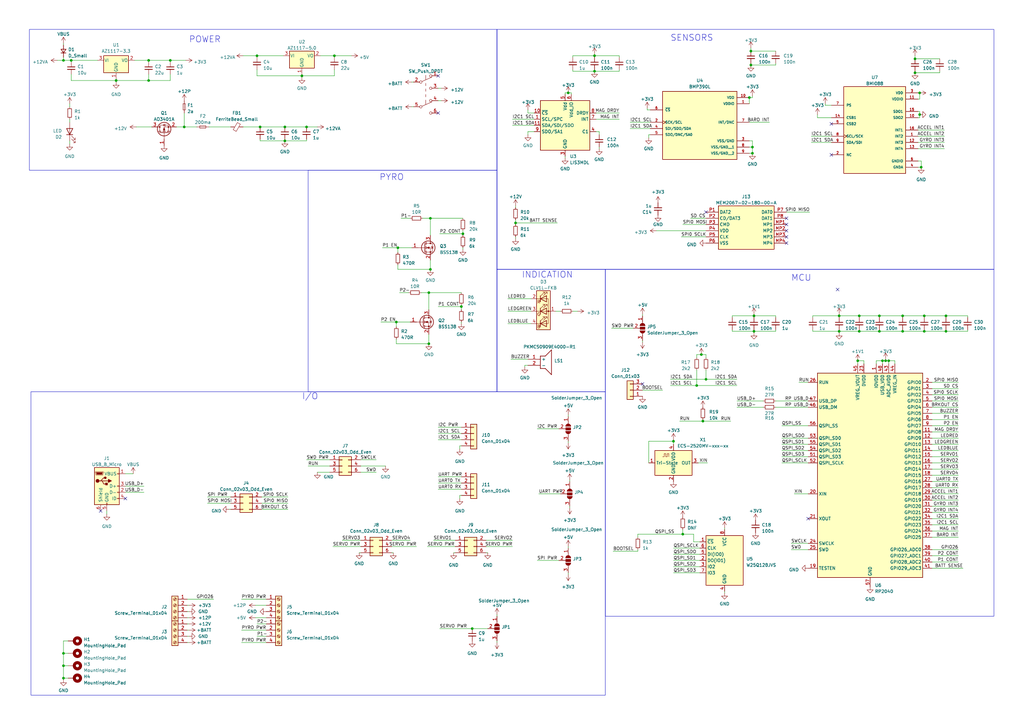
<source format=kicad_sch>
(kicad_sch (version 20230121) (generator eeschema)
  (paper "A3")
  (title_block (title "Maru") (date "2023-08-24") (rev "Alpha"))
  (junction (at 287.655 145.415))
  (junction (at 243.84 29.21))
  (junction (at 375.285 24.13))
  (junction (at 243.84 22.86))
  (junction (at 123.825 31.115))
  (junction (at 189.23 125.73))
  (junction (at 26.035 278.13))
  (junction (at 285.75 158.115))
  (junction (at 375.285 29.845))
  (junction (at 308.61 62.865))
  (junction (at 26.035 273.05))
  (junction (at 379.095 135.89))
  (junction (at 344.17 129.54))
  (junction (at 387.985 135.89))
  (junction (at 193.675 257.81))
  (junction (at 387.985 129.54))
  (junction (at 379.095 129.54))
  (junction (at 175.895 140.97))
  (junction (at 105.41 22.86))
  (junction (at 26.035 267.97))
  (junction (at 377.19 38.1))
  (junction (at 288.29 172.72))
  (junction (at 75.565 52.07))
  (junction (at 307.975 20.955))
  (junction (at 364.49 147.955))
  (junction (at 47.625 33.02))
  (junction (at 106.68 52.07))
  (junction (at 176.53 110.49))
  (junction (at 370.205 135.89))
  (junction (at 116.84 52.07))
  (junction (at 176.53 89.535))
  (junction (at 189.865 95.885))
  (junction (at 60.96 24.765))
  (junction (at 360.68 135.89))
  (junction (at 163.195 101.6))
  (junction (at 125.73 52.07))
  (junction (at 370.205 129.54))
  (junction (at 308.61 60.325))
  (junction (at 309.245 135.89))
  (junction (at 69.85 24.765))
  (junction (at 307.975 26.67))
  (junction (at 352.425 129.54))
  (junction (at 377.825 68.58))
  (junction (at 233.045 38.1))
  (junction (at 361.95 147.955))
  (junction (at 137.16 22.86))
  (junction (at 116.84 57.785))
  (junction (at 309.245 129.54))
  (junction (at 162.56 132.08))
  (junction (at 351.79 147.955))
  (junction (at 307.34 40.005))
  (junction (at 211.455 91.44))
  (junction (at 344.17 135.89))
  (junction (at 360.68 129.54))
  (junction (at 26.035 24.765))
  (junction (at 352.425 135.89))
  (junction (at 363.22 147.955))
  (junction (at 60.96 33.02))
  (junction (at 29.21 24.765))
  (junction (at 175.895 120.015))
  (junction (at 377.19 46.99))
  (junction (at 276.225 180.975))
  (junction (at 289.56 155.575))
  (junction (at 280.035 219.075))
  (no_connect (at 340.995 50.8))
  (no_connect (at 41.275 209.55))
  (no_connect (at 343.535 118.745))
  (no_connect (at 322.58 97.155))
  (no_connect (at 322.58 94.615))
  (no_connect (at 263.525 157.48))
  (no_connect (at 322.58 99.695))
  (no_connect (at 322.58 92.075))
  (no_connect (at 322.58 89.535))
  (no_connect (at 51.435 204.47))
  (no_connect (at 289.56 86.995))
  (no_connect (at 179.705 46.355))
  (no_connect (at 340.995 63.5))
  (no_connect (at 179.705 31.115))
  (no_connect (at 331.47 212.725))
  (wire (pts (xy 361.95 147.955) (xy 363.22 147.955)))
  (wire (pts (xy 354.33 147.955) (xy 354.33 149.225)))
  (wire (pts (xy 244.475 48.895) (xy 254 48.895)))
  (wire (pts (xy 163.83 120.015) (xy 167.64 120.015)))
  (wire (pts (xy 377.19 45.72) (xy 377.19 46.99)))
  (wire (pts (xy 26.035 23.495) (xy 26.035 24.765)))
  (wire (pts (xy 216.535 55.245) (xy 216.535 53.975)))
  (wire (pts (xy 285.75 145.415) (xy 285.75 146.685)))
  (wire (pts (xy 258.445 52.705) (xy 266.7 52.705)))
  (wire (pts (xy 382.27 200.025) (xy 393.065 200.025)))
  (wire (pts (xy 387.985 129.54) (xy 387.985 130.175)))
  (wire (pts (xy 274.955 155.575) (xy 289.56 155.575)))
  (wire (pts (xy 199.39 221.615) (xy 210.185 221.615)))
  (wire (pts (xy 209.55 147.32) (xy 216.535 147.32)))
  (wire (pts (xy 382.27 189.865) (xy 393.065 189.865)))
  (wire (pts (xy 179.705 175.26) (xy 189.23 175.26)))
  (wire (pts (xy 211.455 97.155) (xy 211.455 97.79)))
  (wire (pts (xy 244.475 53.975) (xy 245.745 53.975)))
  (wire (pts (xy 231.775 64.135) (xy 231.775 64.77)))
  (wire (pts (xy 234.95 22.86) (xy 243.84 22.86)))
  (wire (pts (xy 307.975 26.67) (xy 318.135 26.67)))
  (wire (pts (xy 261.62 226.06) (xy 261.62 225.425)))
  (wire (pts (xy 245.745 60.325) (xy 245.745 60.96)))
  (wire (pts (xy 176.53 110.49) (xy 163.195 110.49)))
  (wire (pts (xy 309.245 128.905) (xy 309.245 129.54)))
  (wire (pts (xy 47.625 33.655) (xy 47.625 33.02)))
  (wire (pts (xy 76.2 24.765) (xy 69.85 24.765)))
  (wire (pts (xy 308.61 60.325) (xy 308.61 57.785)))
  (wire (pts (xy 307.975 19.685) (xy 307.975 20.955)))
  (wire (pts (xy 243.84 22.86) (xy 243.84 23.495)))
  (wire (pts (xy 376.555 38.1) (xy 377.19 38.1)))
  (wire (pts (xy 51.435 199.39) (xy 59.055 199.39)))
  (wire (pts (xy 375.285 24.13) (xy 385.445 24.13)))
  (wire (pts (xy 180.34 257.81) (xy 193.675 257.81)))
  (wire (pts (xy 140.335 221.615) (xy 147.955 221.615)))
  (wire (pts (xy 177.8 221.615) (xy 186.69 221.615)))
  (wire (pts (xy 107.315 203.835) (xy 118.11 203.835)))
  (wire (pts (xy 379.095 129.54) (xy 387.985 129.54)))
  (wire (pts (xy 234.95 22.86) (xy 234.95 23.495)))
  (wire (pts (xy 359.41 149.225) (xy 359.41 147.955)))
  (wire (pts (xy 162.56 133.985) (xy 162.56 132.08)))
  (wire (pts (xy 244.475 46.355) (xy 254 46.355)))
  (wire (pts (xy 76.835 258.445) (xy 77.47 258.445)))
  (wire (pts (xy 168.91 43.815) (xy 169.545 43.815)))
  (wire (pts (xy 382.27 159.385) (xy 393.065 159.385)))
  (wire (pts (xy 344.17 135.89) (xy 333.375 135.89)))
  (wire (pts (xy 344.17 129.54) (xy 344.17 130.175)))
  (wire (pts (xy 324.485 225.425) (xy 331.47 225.425)))
  (wire (pts (xy 376.555 45.72) (xy 377.19 45.72)))
  (wire (pts (xy 308.61 62.865) (xy 308.61 60.325)))
  (wire (pts (xy 179.705 195.58) (xy 189.23 195.58)))
  (wire (pts (xy 309.245 135.89) (xy 309.245 135.255)))
  (wire (pts (xy 285.75 158.115) (xy 302.26 158.115)))
  (wire (pts (xy 130.175 193.675) (xy 135.255 193.675)))
  (wire (pts (xy 163.195 101.6) (xy 168.91 101.6)))
  (wire (pts (xy 105.41 255.905) (xy 109.22 255.905)))
  (wire (pts (xy 211.455 90.17) (xy 211.455 91.44)))
  (wire (pts (xy 26.035 278.765) (xy 26.035 278.13)))
  (wire (pts (xy 179.705 198.12) (xy 189.23 198.12)))
  (wire (pts (xy 43.815 209.55) (xy 43.815 210.82)))
  (wire (pts (xy 318.135 135.89) (xy 318.135 135.255)))
  (wire (pts (xy 28.575 50.165) (xy 28.575 48.895)))
  (wire (pts (xy 175.895 120.015) (xy 189.23 120.015)))
  (wire (pts (xy 309.245 135.89) (xy 309.245 136.525)))
  (wire (pts (xy 105.41 260.985) (xy 109.22 260.985)))
  (wire (pts (xy 284.48 222.25) (xy 287.02 222.25)))
  (wire (pts (xy 69.85 33.02) (xy 60.96 33.02)))
  (wire (pts (xy 287.655 145.415) (xy 289.56 145.415)))
  (wire (pts (xy 208.28 127.635) (xy 217.805 127.635)))
  (wire (pts (xy 387.985 135.89) (xy 396.875 135.89)))
  (wire (pts (xy 261.62 219.075) (xy 280.035 219.075)))
  (wire (pts (xy 176.53 89.535) (xy 176.53 96.52)))
  (wire (pts (xy 26.035 267.97) (xy 27.94 267.97)))
  (wire (pts (xy 302.26 167.005) (xy 313.055 167.005)))
  (wire (pts (xy 106.68 57.785) (xy 106.68 57.15)))
  (wire (pts (xy 382.27 220.345) (xy 393.065 220.345)))
  (wire (pts (xy 28.575 57.785) (xy 28.575 59.055)))
  (wire (pts (xy 243.84 28.575) (xy 243.84 29.21)))
  (wire (pts (xy 26.035 278.13) (xy 26.035 273.05)))
  (wire (pts (xy 107.315 208.915) (xy 118.11 208.915)))
  (wire (pts (xy 324.485 222.885) (xy 331.47 222.885)))
  (wire (pts (xy 208.28 132.715) (xy 217.805 132.715)))
  (wire (pts (xy 131.445 22.86) (xy 137.16 22.86)))
  (wire (pts (xy 344.17 135.89) (xy 344.17 136.525)))
  (wire (pts (xy 188.595 184.15) (xy 188.595 182.88)))
  (wire (pts (xy 318.135 129.54) (xy 318.135 130.175)))
  (wire (pts (xy 189.865 94.615) (xy 189.865 95.885)))
  (wire (pts (xy 258.445 50.165) (xy 266.7 50.165)))
  (wire (pts (xy 363.22 147.955) (xy 364.49 147.955)))
  (wire (pts (xy 28.575 42.545) (xy 28.575 43.815)))
  (wire (pts (xy 302.26 164.465) (xy 313.055 164.465)))
  (wire (pts (xy 276.225 180.975) (xy 276.225 182.245)))
  (wire (pts (xy 116.84 52.07) (xy 106.68 52.07)))
  (wire (pts (xy 60.96 33.02) (xy 60.96 30.48)))
  (wire (pts (xy 375.285 29.845) (xy 385.445 29.845)))
  (wire (pts (xy 125.73 52.07) (xy 116.84 52.07)))
  (wire (pts (xy 382.27 192.405) (xy 393.065 192.405)))
  (wire (pts (xy 215.265 149.86) (xy 216.535 149.86)))
  (wire (pts (xy 266.065 189.865) (xy 266.065 180.975)))
  (wire (pts (xy 199.39 224.155) (xy 210.185 224.155)))
  (wire (pts (xy 320.675 189.865) (xy 331.47 189.865)))
  (wire (pts (xy 76.835 255.905) (xy 77.47 255.905)))
  (wire (pts (xy 376.555 60.96) (xy 387.35 60.96)))
  (wire (pts (xy 363.22 147.32) (xy 363.22 147.955)))
  (wire (pts (xy 105.41 22.86) (xy 105.41 23.495)))
  (wire (pts (xy 360.68 135.89) (xy 370.205 135.89)))
  (wire (pts (xy 179.705 41.275) (xy 180.975 41.275)))
  (wire (pts (xy 26.035 278.13) (xy 27.94 278.13)))
  (wire (pts (xy 332.74 55.88) (xy 340.995 55.88)))
  (wire (pts (xy 29.21 24.765) (xy 29.21 25.4)))
  (wire (pts (xy 234.95 127.635) (xy 236.855 127.635)))
  (wire (pts (xy 227.965 127.635) (xy 229.87 127.635)))
  (wire (pts (xy 188.595 203.2) (xy 189.23 203.2)))
  (wire (pts (xy 189.23 132.08) (xy 189.23 132.715)))
  (wire (pts (xy 280.035 219.075) (xy 284.48 219.075)))
  (wire (pts (xy 300.355 135.89) (xy 300.355 135.255)))
  (wire (pts (xy 352.425 129.54) (xy 352.425 130.175)))
  (wire (pts (xy 376.555 40.64) (xy 377.19 40.64)))
  (wire (pts (xy 376.555 55.88) (xy 387.35 55.88)))
  (wire (pts (xy 382.27 202.565) (xy 393.065 202.565)))
  (wire (pts (xy 234.95 29.21) (xy 234.95 28.575)))
  (wire (pts (xy 47.625 33.02) (xy 60.96 33.02)))
  (wire (pts (xy 385.445 29.21) (xy 385.445 29.845)))
  (wire (pts (xy 109.22 248.285) (xy 104.775 248.285)))
  (wire (pts (xy 309.245 129.54) (xy 318.135 129.54)))
  (wire (pts (xy 179.705 125.73) (xy 189.23 125.73)))
  (wire (pts (xy 278.765 172.72) (xy 288.29 172.72)))
  (wire (pts (xy 243.84 29.21) (xy 254 29.21)))
  (wire (pts (xy 263.525 128.905) (xy 263.525 129.54)))
  (wire (pts (xy 220.98 202.565) (xy 229.87 202.565)))
  (wire (pts (xy 263.525 160.02) (xy 271.78 160.02)))
  (wire (pts (xy 69.85 30.48) (xy 69.85 33.02)))
  (wire (pts (xy 60.96 24.765) (xy 60.96 25.4)))
  (wire (pts (xy 269.24 94.615) (xy 289.56 94.615)))
  (wire (pts (xy 338.455 43.18) (xy 338.455 42.545)))
  (wire (pts (xy 265.43 44.45) (xy 265.43 45.085)))
  (wire (pts (xy 370.205 135.89) (xy 379.095 135.89)))
  (wire (pts (xy 318.135 26.035) (xy 318.135 26.67)))
  (wire (pts (xy 370.205 129.54) (xy 370.205 130.175)))
  (wire (pts (xy 51.435 194.31) (xy 54.61 194.31)))
  (wire (pts (xy 188.595 182.88) (xy 189.23 182.88)))
  (wire (pts (xy 266.065 180.975) (xy 276.225 180.975)))
  (wire (pts (xy 116.84 57.15) (xy 116.84 57.785)))
  (wire (pts (xy 352.425 135.89) (xy 352.425 135.255)))
  (wire (pts (xy 300.355 129.54) (xy 300.355 130.175)))
  (wire (pts (xy 276.225 224.79) (xy 287.02 224.79)))
  (wire (pts (xy 85.09 203.835) (xy 94.615 203.835)))
  (wire (pts (xy 382.27 212.725) (xy 393.065 212.725)))
  (wire (pts (xy 137.16 22.86) (xy 144.145 22.86)))
  (wire (pts (xy 216.535 45.085) (xy 216.535 46.355)))
  (wire (pts (xy 137.16 22.86) (xy 137.16 23.495)))
  (wire (pts (xy 76.835 248.285) (xy 77.47 248.285)))
  (wire (pts (xy 85.725 52.07) (xy 94.615 52.07)))
  (wire (pts (xy 265.43 45.085) (xy 266.7 45.085)))
  (wire (pts (xy 266.065 55.245) (xy 266.7 55.245)))
  (wire (pts (xy 285.75 145.415) (xy 287.655 145.415)))
  (wire (pts (xy 233.045 170.18) (xy 233.045 170.815)))
  (wire (pts (xy 379.095 129.54) (xy 379.095 130.175)))
  (wire (pts (xy 360.68 129.54) (xy 370.205 129.54)))
  (wire (pts (xy 283.21 89.535) (xy 289.56 89.535)))
  (wire (pts (xy 233.68 208.28) (xy 233.68 207.645)))
  (wire (pts (xy 200.025 226.695) (xy 199.39 226.695)))
  (wire (pts (xy 382.27 187.325) (xy 393.065 187.325)))
  (wire (pts (xy 147.955 188.595) (xy 154.305 188.595)))
  (wire (pts (xy 279.4 97.155) (xy 289.56 97.155)))
  (wire (pts (xy 168.91 33.655) (xy 169.545 33.655)))
  (wire (pts (xy 382.27 169.545) (xy 393.065 169.545)))
  (wire (pts (xy 69.85 25.4) (xy 69.85 24.765)))
  (wire (pts (xy 309.245 129.54) (xy 309.245 130.175)))
  (wire (pts (xy 335.28 46.99) (xy 335.28 48.26)))
  (wire (pts (xy 285.75 151.765) (xy 285.75 158.115)))
  (wire (pts (xy 307.34 50.165) (xy 315.595 50.165)))
  (wire (pts (xy 333.375 135.89) (xy 333.375 135.255)))
  (wire (pts (xy 382.27 177.165) (xy 393.065 177.165)))
  (wire (pts (xy 109.22 258.445) (xy 99.06 258.445)))
  (wire (pts (xy 288.29 172.085) (xy 288.29 172.72)))
  (wire (pts (xy 266.065 56.515) (xy 266.065 55.245)))
  (wire (pts (xy 318.135 164.465) (xy 331.47 164.465)))
  (wire (pts (xy 307.34 62.865) (xy 308.61 62.865)))
  (wire (pts (xy 382.27 161.925) (xy 393.065 161.925)))
  (wire (pts (xy 327.66 156.845) (xy 331.47 156.845)))
  (wire (pts (xy 193.675 257.81) (xy 200.025 257.81)))
  (wire (pts (xy 109.22 245.745) (xy 99.06 245.745)))
  (wire (pts (xy 93.98 208.915) (xy 94.615 208.915)))
  (wire (pts (xy 332.74 58.42) (xy 340.995 58.42)))
  (wire (pts (xy 297.18 243.205) (xy 297.18 242.57)))
  (wire (pts (xy 77.47 263.525) (xy 76.835 263.525)))
  (wire (pts (xy 164.465 89.535) (xy 168.275 89.535)))
  (wire (pts (xy 136.525 224.155) (xy 147.955 224.155)))
  (wire (pts (xy 243.84 29.21) (xy 234.95 29.21)))
  (wire (pts (xy 289.56 155.575) (xy 302.26 155.575)))
  (wire (pts (xy 359.41 147.955) (xy 361.95 147.955)))
  (wire (pts (xy 175.26 224.155) (xy 186.69 224.155)))
  (wire (pts (xy 130.175 52.07) (xy 125.73 52.07)))
  (wire (pts (xy 211.455 91.44) (xy 211.455 92.075)))
  (wire (pts (xy 320.675 174.625) (xy 331.47 174.625)))
  (wire (pts (xy 289.56 145.415) (xy 289.56 146.685)))
  (wire (pts (xy 105.41 28.575) (xy 105.41 31.115)))
  (wire (pts (xy 189.865 95.885) (xy 189.865 96.52)))
  (wire (pts (xy 55.88 52.07) (xy 62.23 52.07)))
  (wire (pts (xy 161.29 226.695) (xy 160.655 226.695)))
  (wire (pts (xy 360.68 135.89) (xy 360.68 135.255)))
  (wire (pts (xy 189.23 177.8) (xy 179.705 177.8)))
  (wire (pts (xy 203.835 252.095) (xy 203.835 252.73)))
  (wire (pts (xy 320.675 187.325) (xy 331.47 187.325)))
  (wire (pts (xy 173.355 89.535) (xy 176.53 89.535)))
  (wire (pts (xy 333.375 129.54) (xy 344.17 129.54)))
  (wire (pts (xy 382.27 174.625) (xy 393.065 174.625)))
  (wire (pts (xy 382.27 225.425) (xy 393.065 225.425)))
  (wire (pts (xy 307.34 40.005) (xy 307.34 42.545)))
  (wire (pts (xy 26.035 18.415) (xy 26.035 17.78)))
  (wire (pts (xy 376.555 53.34) (xy 387.35 53.34)))
  (wire (pts (xy 26.035 267.97) (xy 26.035 262.89)))
  (wire (pts (xy 137.16 31.115) (xy 137.16 28.575)))
  (wire (pts (xy 382.27 167.005) (xy 393.065 167.005)))
  (wire (pts (xy 308.61 57.785) (xy 307.34 57.785)))
  (wire (pts (xy 254 22.86) (xy 254 23.495)))
  (wire (pts (xy 370.205 135.89) (xy 370.205 135.255)))
  (wire (pts (xy 309.245 135.89) (xy 318.135 135.89)))
  (wire (pts (xy 107.315 206.375) (xy 118.11 206.375)))
  (wire (pts (xy 220.345 229.87) (xy 229.235 229.87)))
  (wire (pts (xy 288.29 172.72) (xy 299.72 172.72)))
  (wire (pts (xy 335.28 48.26) (xy 340.995 48.26)))
  (wire (pts (xy 377.825 66.04) (xy 377.825 68.58)))
  (wire (pts (xy 377.19 40.64) (xy 377.19 38.1)))
  (wire (pts (xy 26.035 24.765) (xy 29.21 24.765)))
  (wire (pts (xy 175.895 137.16) (xy 175.895 140.97)))
  (wire (pts (xy 382.27 215.265) (xy 393.065 215.265)))
  (wire (pts (xy 276.225 227.33) (xy 287.02 227.33)))
  (wire (pts (xy 147.955 191.135) (xy 158.115 191.135)))
  (wire (pts (xy 156.845 101.6) (xy 163.195 101.6)))
  (wire (pts (xy 23.495 24.765) (xy 26.035 24.765)))
  (wire (pts (xy 162.56 140.97) (xy 162.56 139.065)))
  (wire (pts (xy 320.675 179.705) (xy 331.47 179.705)))
  (wire (pts (xy 163.195 110.49) (xy 163.195 108.585)))
  (wire (pts (xy 338.455 43.18) (xy 340.995 43.18)))
  (wire (pts (xy 233.045 181.61) (xy 233.045 180.975)))
  (wire (pts (xy 233.045 235.585) (xy 233.045 234.95)))
  (wire (pts (xy 233.68 196.85) (xy 233.68 197.485)))
  (wire (pts (xy 215.265 150.495) (xy 215.265 149.86)))
  (wire (pts (xy 186.055 226.695) (xy 186.69 226.695)))
  (wire (pts (xy 376.555 58.42) (xy 387.35 58.42)))
  (wire (pts (xy 40.005 24.765) (xy 29.21 24.765)))
  (wire (pts (xy 26.035 262.89) (xy 27.94 262.89)))
  (wire (pts (xy 116.84 57.785) (xy 106.68 57.785)))
  (wire (pts (xy 300.355 129.54) (xy 309.245 129.54)))
  (wire (pts (xy 280.035 92.075) (xy 289.56 92.075)))
  (wire (pts (xy 60.96 24.765) (xy 69.85 24.765)))
  (wire (pts (xy 308.61 40.005) (xy 307.34 40.005)))
  (wire (pts (xy 116.205 22.86) (xy 105.41 22.86)))
  (wire (pts (xy 344.17 128.905) (xy 344.17 129.54)))
  (wire (pts (xy 361.95 147.955) (xy 361.95 149.225)))
  (wire (pts (xy 382.27 205.105) (xy 393.065 205.105)))
  (wire (pts (xy 276.225 180.34) (xy 276.225 180.975)))
  (wire (pts (xy 29.21 30.48) (xy 29.21 33.02)))
  (wire (pts (xy 29.21 33.02) (xy 47.625 33.02)))
  (wire (pts (xy 370.205 129.54) (xy 379.095 129.54)))
  (wire (pts (xy 147.32 226.695) (xy 147.955 226.695)))
  (wire (pts (xy 382.27 227.965) (xy 393.065 227.965)))
  (wire (pts (xy 344.17 135.89) (xy 352.425 135.89)))
  (wire (pts (xy 72.39 52.07) (xy 75.565 52.07)))
  (wire (pts (xy 176.53 106.68) (xy 176.53 110.49)))
  (wire (pts (xy 189.23 125.095) (xy 189.23 125.73)))
  (wire (pts (xy 382.27 233.045) (xy 394.97 233.045)))
  (wire (pts (xy 175.895 120.015) (xy 175.895 127)))
  (wire (pts (xy 375.285 29.21) (xy 375.285 29.845)))
  (wire (pts (xy 189.23 180.34) (xy 179.705 180.34)))
  (wire (pts (xy 276.225 234.95) (xy 287.02 234.95)))
  (wire (pts (xy 387.985 129.54) (xy 396.875 129.54)))
  (wire (pts (xy 379.095 135.89) (xy 379.095 135.255)))
  (wire (pts (xy 382.27 194.945) (xy 393.065 194.945)))
  (wire (pts (xy 156.21 132.08) (xy 162.56 132.08)))
  (wire (pts (xy 163.195 103.505) (xy 163.195 101.6)))
  (wire (pts (xy 210.185 48.895) (xy 219.075 48.895)))
  (wire (pts (xy 104.775 253.365) (xy 109.22 253.365)))
  (wire (pts (xy 331.47 202.565) (xy 325.755 202.565)))
  (wire (pts (xy 172.72 120.015) (xy 175.895 120.015)))
  (wire (pts (xy 367.03 147.955) (xy 367.03 149.225)))
  (wire (pts (xy 261.62 219.075) (xy 261.62 220.345)))
  (wire (pts (xy 250.825 134.62) (xy 259.715 134.62)))
  (wire (pts (xy 297.18 216.535) (xy 297.18 217.17)))
  (wire (pts (xy 351.79 147.955) (xy 351.79 149.225)))
  (wire (pts (xy 123.825 31.75) (xy 123.825 31.115)))
  (wire (pts (xy 318.135 167.005) (xy 331.47 167.005)))
  (wire (pts (xy 387.985 135.89) (xy 387.985 135.255)))
  (wire (pts (xy 188.595 204.47) (xy 188.595 203.2)))
  (wire (pts (xy 77.47 250.825) (xy 76.835 250.825)))
  (wire (pts (xy 123.825 31.115) (xy 137.16 31.115)))
  (wire (pts (xy 396.875 129.54) (xy 396.875 130.175)))
  (wire (pts (xy 76.835 245.745) (xy 87.63 245.745)))
  (wire (pts (xy 26.035 273.05) (xy 26.035 267.97)))
  (wire (pts (xy 210.185 51.435) (xy 219.075 51.435)))
  (wire (pts (xy 377.19 46.99) (xy 377.19 48.26)))
  (wire (pts (xy 333.375 129.54) (xy 333.375 130.175)))
  (wire (pts (xy 396.875 135.89) (xy 396.875 135.255)))
  (wire (pts (xy 99.695 22.86) (xy 105.41 22.86)))
  (wire (pts (xy 47.625 32.385) (xy 47.625 33.02)))
  (wire (pts (xy 179.705 36.195) (xy 180.975 36.195)))
  (wire (pts (xy 160.655 224.155) (xy 170.815 224.155)))
  (wire (pts (xy 233.045 38.1) (xy 234.315 38.1)))
  (wire (pts (xy 179.705 200.66) (xy 189.23 200.66)))
  (wire (pts (xy 320.675 184.785) (xy 331.47 184.785)))
  (wire (pts (xy 376.555 48.26) (xy 377.19 48.26)))
  (wire (pts (xy 300.355 135.89) (xy 309.245 135.89)))
  (wire (pts (xy 376.555 66.04) (xy 377.825 66.04)))
  (wire (pts (xy 243.84 22.86) (xy 254 22.86)))
  (wire (pts (xy 382.27 230.505) (xy 393.065 230.505)))
  (wire (pts (xy 125.73 57.785) (xy 116.84 57.785)))
  (wire (pts (xy 189.23 125.73) (xy 189.23 127)))
  (wire (pts (xy 175.895 140.97) (xy 162.56 140.97)))
  (wire (pts (xy 364.49 147.955) (xy 367.03 147.955)))
  (wire (pts (xy 307.975 26.035) (xy 307.975 26.67)))
  (wire (pts (xy 75.565 46.355) (xy 75.565 52.07)))
  (wire (pts (xy 125.73 57.15) (xy 125.73 57.785)))
  (wire (pts (xy 126.365 191.135) (xy 135.255 191.135)))
  (wire (pts (xy 233.045 224.155) (xy 233.045 224.79)))
  (wire (pts (xy 308.61 39.37) (xy 308.61 40.005)))
  (wire (pts (xy 382.27 210.185) (xy 393.065 210.185)))
  (wire (pts (xy 85.09 206.375) (xy 94.615 206.375)))
  (wire (pts (xy 216.535 53.975) (xy 219.075 53.975)))
  (wire (pts (xy 26.035 273.05) (xy 27.94 273.05)))
  (wire (pts (xy 382.27 207.645) (xy 393.065 207.645)))
  (wire (pts (xy 105.41 31.115) (xy 123.825 31.115)))
  (wire (pts (xy 176.53 89.535) (xy 189.865 89.535)))
  (wire (pts (xy 123.825 30.48) (xy 123.825 31.115)))
  (wire (pts (xy 382.27 217.805) (xy 393.065 217.805)))
  (wire (pts (xy 211.455 84.455) (xy 211.455 85.09)))
  (wire (pts (xy 109.22 263.525) (xy 99.06 263.525)))
  (wire (pts (xy 307.975 20.955) (xy 318.135 20.955)))
  (wire (pts (xy 274.955 158.115) (xy 285.75 158.115)))
  (wire (pts (xy 307.34 60.325) (xy 308.61 60.325)))
  (wire (pts (xy 382.27 172.085) (xy 393.065 172.085)))
  (wire (pts (xy 364.49 147.955) (xy 364.49 149.225)))
  (wire (pts (xy 289.56 151.765) (xy 289.56 155.575)))
  (wire (pts (xy 376.555 68.58) (xy 377.825 68.58)))
  (wire (pts (xy 375.285 22.86) (xy 375.285 24.13)))
  (wire (pts (xy 189.865 101.6) (xy 189.865 102.235)))
  (wire (pts (xy 382.27 179.705) (xy 393.065 179.705)))
  (wire (pts (xy 75.565 52.07) (xy 80.645 52.07)))
  (wire (pts (xy 280.035 217.17) (xy 280.035 219.075)))
  (wire (pts (xy 284.48 219.075) (xy 284.48 222.25)))
  (wire (pts (xy 322.58 86.995) (xy 332.105 86.995)))
  (wire (pts (xy 180.34 95.885) (xy 189.865 95.885)))
  (wire (pts (xy 251.46 226.06) (xy 261.62 226.06)))
  (wire (pts (xy 220.345 175.895) (xy 229.235 175.895)))
  (wire (pts (xy 233.045 38.1) (xy 231.775 38.1)))
  (wire (pts (xy 290.195 189.865) (xy 286.385 189.865)))
  (wire (pts (xy 76.835 253.365) (xy 77.47 253.365)))
  (wire (pts (xy 125.73 188.595) (xy 135.255 188.595)))
  (wire (pts (xy 234.315 38.1) (xy 234.315 38.735)))
  (wire (pts (xy 51.435 201.93) (xy 59.055 201.93)))
  (wire (pts (xy 243.84 22.225) (xy 243.84 22.86)))
  (wire (pts (xy 55.245 24.765) (xy 60.96 24.765)))
  (wire (pts (xy 76.835 260.985) (xy 77.47 260.985)))
  (wire (pts (xy 352.425 135.89) (xy 360.68 135.89)))
  (wire (pts (xy 382.27 156.845) (xy 393.065 156.845)))
  (wire (pts (xy 147.955 193.675) (xy 154.305 193.675)))
  (wire (pts (xy 203.835 263.525) (xy 203.835 262.89)))
  (wire (pts (xy 379.095 135.89) (xy 387.985 135.89)))
  (wire (pts (xy 263.525 140.335) (xy 263.525 139.7)))
  (wire (pts (xy 276.225 229.87) (xy 287.02 229.87)))
  (wire (pts (xy 231.775 38.1) (xy 231.775 38.735)))
  (wire (pts (xy 352.425 129.54) (xy 360.68 129.54)))
  (wire (pts (xy 208.28 122.555) (xy 217.805 122.555)))
  (wire (pts (xy 360.68 129.54) (xy 360.68 130.175)))
  (wire (pts (xy 320.675 182.245) (xy 331.47 182.245)))
  (wire (pts (xy 160.655 221.615) (xy 168.275 221.615)))
  (wire (pts (xy 106.68 52.07) (xy 99.695 52.07)))
  (wire (pts (xy 211.455 91.44) (xy 228.6 91.44)))
  (wire (pts (xy 382.27 182.245) (xy 393.065 182.245)))
  (wire (pts (xy 245.745 53.975) (xy 245.745 55.245)))
  (wire (pts (xy 254 28.575) (xy 254 29.21)))
  (wire (pts (xy 216.535 46.355) (xy 219.075 46.355)))
  (wire (pts (xy 162.56 132.08) (xy 168.275 132.08)))
  (wire (pts (xy 344.17 129.54) (xy 352.425 129.54)))
  (wire (pts (xy 344.17 135.89) (xy 344.17 135.255)))
  (wire (pts (xy 382.27 184.785) (xy 393.065 184.785)))
  (wire (pts (xy 382.27 164.465) (xy 393.065 164.465)))
  (wire (pts (xy 351.79 147.955) (xy 354.33 147.955)))
  (wire (pts (xy 382.27 197.485) (xy 393.065 197.485)))
  (wire (pts (xy 276.225 232.41) (xy 287.02 232.41)))
  (rectangle (start 12.7 160.655) (end 248.285 285.115))
  (rectangle (start 203.835 12.065) (end 407.67 110.49))
  (rectangle (start 203.835 110.49) (end 248.285 160.655))
  (rectangle (start 12.065 12.065) (end 203.835 69.85))
  (rectangle (start 248.285 110.49) (end 407.67 252.73))
  (rectangle (start 126.365 69.85) (end 203.835 160.655))
  (text "I/O\n\n" (at 123.825 168.275 0) (effects (font (size 2.54 2.54)) (justify left bottom)))
  (text "SENSORS\n" (at 274.955 17.145 0) (effects (font (size 2.54 2.54)) (justify left bottom)))
  (text "INDICATION" (at 213.995 114.3 0) (effects (font (size 2.54 2.54)) (justify left bottom)))
  (text "PYRO" (at 155.575 74.295 0) (effects (font (size 2.54 2.54)) (justify left bottom)))
  (text "POWER\n" (at 77.47 17.78 0) (effects (font (size 2.54 2.54)) (justify left bottom)))
  (text "MCU" (at 324.485 115.57 0) (effects (font (size 2.54 2.54)) (justify left bottom)))
  (label "BUZZER" (at 393.065 169.545 180))
  (label "SERVO4" (at 393.065 194.945 180))
  (label "P1 CONT" (at 179.705 125.73 0))
  (label "QSPI_SD3" (at 320.675 187.325 0))
  (label "QSPI_SD3" (at 276.225 234.95 0))
  (label "UART0 TX" (at 393.065 197.485 180))
  (label "P1-" (at 105.41 260.985 0))
  (label "I2C1 SCL" (at 210.185 48.895 0))
  (label "LEDGREEN" (at 208.28 127.635 0))
  (label "QSPI_SDO" (at 276.225 227.33 0))
  (label "SPI0 SCLK" (at 393.065 161.925 180))
  (label "QSPI_SCLK" (at 276.225 224.79 0))
  (label "SERVO PWR" (at 170.815 224.155 180))
  (label "P1-" (at 164.465 89.535 0))
  (label "SPI0 SCLK" (at 279.4 97.155 0))
  (label "GYRO INT3" (at 393.065 207.645 180))
  (label "I2C1 SDA" (at 332.74 58.42 0))
  (label "SWD PWR" (at 250.825 134.62 0))
  (label "P2 EN" (at 156.21 132.08 0))
  (label "BOOTSEL" (at 251.46 226.06 0))
  (label "I2C1 SCL" (at 274.955 158.115 0))
  (label "SPI0 MOSI" (at 85.09 206.375 0))
  (label "P2 CONT" (at 393.065 227.965 180))
  (label "RP USB_D-" (at 321.945 167.005 0))
  (label "RUN" (at 278.765 172.72 0))
  (label "I2C1 SCL" (at 179.705 177.8 0))
  (label "SERVO PWR" (at 180.34 257.81 0))
  (label "UART PWR" (at 220.98 202.565 0))
  (label "USB_D+" (at 302.26 164.465 0))
  (label "GYRO INT4" (at 387.35 60.96 180))
  (label "SWD PWR" (at 125.73 188.595 0))
  (label "BUZZER" (at 209.55 147.32 0))
  (label "I2C PWR" (at 220.345 175.895 0))
  (label "RP USB_D+" (at 321.945 164.465 0))
  (label "PYRO PWR" (at 99.06 263.525 0))
  (label "I2C1 SDA" (at 258.445 52.705 0))
  (label "I2C1 SDA" (at 393.065 212.725 180))
  (label "USB_D-" (at 302.26 167.005 0))
  (label "QSPI_SD1" (at 320.675 182.245 0))
  (label "I2C1 SCL" (at 302.26 158.115 180))
  (label "SPI0 MOSI" (at 280.035 92.075 0))
  (label "USB_D+" (at 59.055 199.39 180))
  (label "GYRO INT4" (at 393.065 210.185 180))
  (label "GPIO26" (at 393.065 225.425 180))
  (label "ACCEL INT1" (at 393.065 202.565 180))
  (label "P2 CONT" (at 180.34 95.885 0))
  (label "SPI0 MISO" (at 332.105 86.995 180))
  (label "I2C PWR" (at 179.705 175.26 0))
  (label "ACCEL INT2" (at 393.065 205.105 180))
  (label "P1 EN" (at 393.065 172.085 180))
  (label "BRKOUT CS" (at 118.11 208.915 180))
  (label "LEDBLUE" (at 393.065 184.785 180))
  (label "SWD" (at 154.305 193.675 180))
  (label "SERVO PWR" (at 175.26 224.155 0))
  (label "SWCLK" (at 324.485 222.885 0))
  (label "UART PWR" (at 179.705 195.58 0))
  (label "LEDRED" (at 208.28 122.555 0))
  (label "QSPI_SS" (at 268.605 219.075 0))
  (label "BARO INT" (at 315.595 50.165 180))
  (label "SWCLK" (at 154.305 188.595 180))
  (label "QSPI_SCLK" (at 320.675 189.865 0))
  (label "P2 EN" (at 393.065 174.625 180))
  (label "MAG INT" (at 393.065 217.805 180))
  (label "XIN" (at 325.755 202.565 0))
  (label "SERVO1" (at 393.065 187.325 180))
  (label "QSPI_SD2" (at 276.225 232.41 0))
  (label "LEDRED" (at 393.065 179.705 180))
  (label "MAG DRDY" (at 254 46.355 180))
  (label "P2-" (at 105.41 255.905 0))
  (label "ACCEL INT1" (at 387.35 53.34 180))
  (label "I2C1 SCL" (at 393.065 215.265 180))
  (label "I2C1 SDA" (at 179.705 180.34 0))
  (label "P1 CONT" (at 393.065 230.505 180))
  (label "QSPI_SD2" (at 320.675 184.785 0))
  (label "SERVO2" (at 210.185 221.615 180))
  (label "SPI0 SCLK" (at 118.11 203.835 180))
  (label "SERVO4" (at 168.275 221.615 180))
  (label "ACCEL INT2" (at 387.35 55.88 180))
  (label "XIN" (at 290.195 189.865 180))
  (label "SERVO3" (at 393.065 192.405 180))
  (label "I2C1 SDA" (at 274.955 155.575 0))
  (label "RUN" (at 327.66 156.845 0))
  (label "SD CS" (at 283.21 89.535 0))
  (label "QSPI_SDO" (at 320.675 179.705 0))
  (label "SERVO1" (at 177.8 221.615 0))
  (label "UART0 RX" (at 393.065 200.025 180))
  (label "BRKOUT CS" (at 393.065 167.005 180))
  (label "QSPI_SD1" (at 276.225 229.87 0))
  (label "GPIO26" (at 87.63 245.745 180))
  (label "SPI0 MISO" (at 393.065 156.845 180))
  (label "SERVO PWR" (at 136.525 224.155 0))
  (label "SD CS" (at 393.065 159.385 180))
  (label "MAG DRDY" (at 393.065 177.165 180))
  (label "BOOTSEL" (at 271.78 160.02 180))
  (label "SPI PWR" (at 85.09 203.835 0))
  (label "LEDGREEN" (at 393.065 182.245 180))
  (label "PYRO PWR" (at 99.06 258.445 0))
  (label "USB_D-" (at 59.055 201.93 180))
  (label "SERVO2" (at 393.065 189.865 180))
  (label "RUN" (at 126.365 191.135 0))
  (label "UART0 TX" (at 179.705 198.12 0))
  (label "P2-" (at 163.83 120.015 0))
  (label "UART0 RX" (at 179.705 200.66 0))
  (label "LEDBLUE" (at 208.28 132.715 0))
  (label "BATT SENSE" (at 394.97 233.045 180))
  (label "SPI0 MOSI" (at 393.065 164.465 180))
  (label "SWD" (at 324.485 225.425 0))
  (label "I2C1 SCL" (at 258.445 50.165 0))
  (label "SERVO PWR" (at 210.185 224.155 180))
  (label "I2C1 SDA" (at 302.26 155.575 180))
  (label "SERVO3" (at 140.335 221.615 0))
  (label "I2C1 SDA" (at 210.185 51.435 0))
  (label "P1 EN" (at 156.845 101.6 0))
  (label "MAG INT" (at 254 48.895 180))
  (label "I2C1 SCL" (at 332.74 55.88 0))
  (label "SPI PWR" (at 220.345 229.87 0))
  (label "GYRO INT3" (at 387.35 58.42 180))
  (label "BATT SENSE" (at 228.6 91.44 180))
  (label "BARO INT" (at 393.065 220.345 180))
  (label "RUN" (at 299.72 172.72 180))
  (label "PYRO PWR" (at 99.06 245.745 0))
  (label "SPI0 MISO" (at 118.11 206.375 180))
  (label "QSPI_SS" (at 320.675 174.625 0))
  (symbol (lib_id "power:+12VA") (at 99.695 22.86 90) (unit 1)
    (property "Reference" "#PWR022" (effects hide))
    (property "Value" "+12VA" (at 96.52 23.495 90) (effects (justify left)))
  )
  (symbol (lib_id "Device:C_Small") (at 318.135 23.495 0) (unit 1)
    (property "Reference" "C19" (at 321.31 22.8663 0) (effects (justify left)))
    (property "Value" "100n" (at 321.31 25.4063 0) (effects (justify left)))
    (property "Footprint" "Capacitor_SMD:C_0603_1608Metric" (effects hide))
  )
  (symbol (lib_id "Device:C_Small") (at 344.17 132.715 0) (unit 1)
    (property "Reference" "C22" (at 346.71 132.0863 0) (effects (justify left)))
    (property "Value" "100n" (at 346.71 134.6263 0) (effects (justify left)))
    (property "Footprint" "Capacitor_SMD:C_0603_1608Metric" (effects hide))
  )
  (symbol (lib_id "power:GND") (at 161.29 226.695 0) (unit 1)
    (property "Reference" "#PWR030" (effects hide))
    (property "Value" "GND" (at 161.29 231.14 0))
  )
  (symbol (lib_id "power:+BATT") (at 168.91 43.815 90) (unit 1)
    (property "Reference" "#PWR032" (effects hide))
    (property "Value" "+BATT" (at 165.1 44.45 90) (effects (justify left)))
  )
  (symbol (lib_id "Device:C_Small") (at 375.285 26.67 0) (unit 1)
    (property "Reference" "C26" (at 378.46 25.4063 0) (effects (justify left)))
    (property "Value" "100n" (at 378.46 27.9463 0) (effects (justify left)))
    (property "Footprint" "Capacitor_SMD:C_0603_1608Metric" (effects hide))
  )
  (symbol (lib_id "power:+12V") (at 77.47 255.905 270) (unit 1)
    (property "Reference" "#PWR015" (effects hide))
    (property "Value" "+12V" (at 81.28 255.905 90) (effects (justify left)))
  )
  (symbol (lib_id "power:GND") (at 263.525 162.56 0) (unit 1)
    (property "Reference" "#PWR065" (effects hide))
    (property "Value" "GND" (at 263.525 167.005 0))
  )
  (symbol (lib_id "power:+3V3") (at 233.045 235.585 180) (unit 1)
    (property "Reference" "#PWR056" (effects hide))
    (property "Value" "+3V3" (at 233.045 240.665 0))
  )
  (symbol (lib_id "Device:R_Small") (at 261.62 222.885 0) (unit 1)
    (property "Reference" "R13" (at 263.525 222.25 0) (effects (justify left)))
    (property "Value" "1k" (at 263.525 224.79 0) (effects (justify left)))
    (property "Footprint" "Resistor_SMD:R_0603_1608Metric" (effects hide))
  )
  (symbol (lib_id "power:+12V") (at 55.88 52.07 90) (unit 1)
    (property "Reference" "#PWR026" (effects hide))
    (property "Value" "+12V" (at 52.07 52.705 90) (effects (justify left)))
  )
  (symbol (lib_id "power:+BATT") (at 77.47 263.525 270) (unit 1)
    (property "Reference" "#PWR018" (effects hide))
    (property "Value" "+BATT" (at 80.645 263.525 90) (effects (justify left)))
  )
  (symbol (lib_id "power:+5V") (at 263.525 128.905 0) (unit 1)
    (property "Reference" "#PWR063" (effects hide))
    (property "Value" "+5V" (at 263.525 125.095 0))
  )
  (symbol (lib_id "Transistor_FET:BSS138") (at 173.99 101.6 0) (unit 1)
    (property "Reference" "Q3" (at 180.34 100.965 0) (effects (justify left)))
    (property "Value" "BSS138" (at 180.34 103.505 0) (effects (justify left)))
    (property "Footprint" "Package_TO_SOT_SMD:SOT-23" (effects hide))
    (property "Datasheet" "https://www.onsemi.com/pub/Collateral/BSS138-D.PDF" (effects hide))
  )
  (symbol (lib_id "Device:C_Small") (at 396.875 132.715 0) (unit 1)
    (property "Reference" "C30" (at 399.415 132.0863 0) (effects (justify left)))
    (property "Value" "100n" (at 399.415 134.6263 0) (effects (justify left)))
    (property "Footprint" "Capacitor_SMD:C_0603_1608Metric" (effects hide))
  )
  (symbol (lib_id "power:GND") (at 309.88 218.44 0) (unit 1)
    (property "Reference" "#PWR085" (effects hide))
    (property "Value" "GND" (at 309.88 222.885 0))
  )
  (symbol (lib_id "power:GND") (at 158.115 191.135 0) (unit 1)
    (property "Reference" "#PWR066" (effects hide))
    (property "Value" "GND" (at 158.115 195.58 0))
  )
  (symbol (lib_id "Device:R_Small") (at 189.865 99.06 0) (unit 1)
    (property "Reference" "R9" (at 192.405 98.425 0) (effects (justify left)))
    (property "Value" "6k" (at 192.405 100.965 0) (effects (justify left)))
    (property "Footprint" "Resistor_SMD:R_0603_1608Metric" (effects hide))
  )
  (symbol (lib_id "power:+3V3") (at 265.43 44.45 0) (unit 1)
    (property "Reference" "#PWR067" (effects hide))
    (property "Value" "+3V3" (at 265.43 40.64 0))
  )
  (symbol (lib_id "Device:R_Small") (at 189.23 129.54 0) (unit 1)
    (property "Reference" "R7" (at 191.77 128.905 0) (effects (justify left)))
    (property "Value" "6k" (at 191.77 131.445 0) (effects (justify left)))
    (property "Footprint" "Resistor_SMD:R_0603_1608Metric" (effects hide))
  )
  (symbol (lib_id "Device:R_Small") (at 170.18 120.015 90) (unit 1)
    (property "Reference" "R4" (at 170.18 114.935 90))
    (property "Value" "10R" (at 170.18 117.475 90))
    (property "Footprint" "Resistor_SMD:R_0603_1608Metric" (effects hide))
  )
  (symbol (lib_id "Device:R_Small") (at 163.195 106.045 180) (unit 1)
    (property "Reference" "R3" (at 165.1 105.41 0) (effects (justify right)))
    (property "Value" "470R" (at 165.1 107.95 0) (effects (justify right)))
    (property "Footprint" "Resistor_SMD:R_0603_1608Metric" (effects hide))
  )
  (symbol (lib_id "Device:R_Small") (at 28.575 46.355 180) (unit 1)
    (property "Reference" "R1" (at 30.48 45.72 0) (effects (justify right)))
    (property "Value" "1k" (at 30.48 48.26 0) (effects (justify right)))
    (property "Footprint" "Resistor_SMD:R_0603_1608Metric" (effects hide))
  )
  (symbol (lib_id "power:GND") (at 309.245 136.525 0) (unit 1)
    (property "Reference" "#PWR083" (effects hide))
    (property "Value" "GND" (at 309.245 141.605 0))
  )
  (symbol (lib_id "Device:R_Small") (at 211.455 94.615 0) (unit 1)
    (property "Reference" "R11" (at 213.36 93.98 0) (effects (justify left)))
    (property "Value" "6k" (at 213.36 96.52 0) (effects (justify left)))
    (property "Footprint" "Resistor_SMD:R_0603_1608Metric" (effects hide))
  )
  (symbol (lib_id "power:+3V3") (at 288.29 167.005 0) (unit 1)
    (property "Reference" "#PWR0101" (effects hide))
    (property "Value" "+3V3" (at 288.29 163.195 0))
  )
  (symbol (lib_id "power:+12V") (at 211.455 84.455 0) (unit 1)
    (property "Reference" "#PWR046" (effects hide))
    (property "Value" "+12V" (at 211.455 80.645 0))
  )
  (symbol (lib_id "power:GND") (at 130.175 193.675 0) (unit 1)
    (property "Reference" "#PWR027" (effects hide))
    (property "Value" "GND" (at 132.715 195.58 0) (effects (justify left)))
  )
  (symbol (lib_id "Connector_Generic:Conn_01x04") (at 194.31 177.8 0) (unit 1)
    (property "Reference" "J10" (at 197.485 178.435 0) (effects (justify left)))
    (property "Value" "Conn_01x04" (at 197.485 180.975 0) (effects (justify left)))
    (property "Footprint" "Connector_PinHeader_2.54mm:PinHeader_1x04_P2.54mm_Vertical" (effects hide))
  )
  (symbol (lib_id "power:+3V3") (at 233.045 181.61 180) (unit 1)
    (property "Reference" "#PWR054" (effects hide))
    (property "Value" "+3V3" (at 233.045 186.69 0))
  )
  (symbol (lib_id "power:+12VA") (at 130.175 52.07 270) (unit 1)
    (property "Reference" "#PWR08" (effects hide))
    (property "Value" "+12VA" (at 133.35 52.705 90) (effects (justify left)))
  )
  (symbol (lib_id "power:GND") (at 28.575 59.055 0) (unit 1)
    (property "Reference" "#PWR04" (effects hide))
    (property "Value" "GND" (at 28.575 64.135 0))
  )
  (symbol (lib_id "power:+3V3") (at 243.84 22.225 0) (unit 1)
    (property "Reference" "#PWR060" (effects hide))
    (property "Value" "+3V3" (at 243.84 19.05 0))
  )
  (symbol (lib_id "Connector:Screw_Terminal_01x04") (at 114.3 258.445 0) (unit 1)
    (property "Reference" "J6" (at 117.475 259.08 0) (effects (justify left)))
    (property "Value" "Screw_Terminal_01x04" (at 117.475 261.62 0) (effects (justify left)))
    (property "Footprint" "TerminalBlock:TerminalBlock_bornier-4_P5.08mm" (effects hide))
  )
  (symbol (lib_id "power:GND") (at 43.815 210.82 0) (unit 1)
    (property "Reference" "#PWR05" (effects hide))
    (property "Value" "GND" (at 43.815 215.9 0))
  )
  (symbol (lib_id "power:GND") (at 308.61 62.865 0) (unit 1)
    (property "Reference" "#PWR081" (effects hide))
    (property "Value" "GND" (at 308.61 67.31 0))
  )
  (symbol (lib_id "power:GND") (at 231.775 64.77 0) (unit 1)
    (property "Reference" "#PWR051" (effects hide))
    (property "Value" "GND" (at 231.775 69.215 0))
  )
  (symbol (lib_id "power:GND") (at 189.23 132.715 0) (unit 1)
    (property "Reference" "#PWR040" (effects hide))
    (property "Value" "GND" (at 189.23 137.16 0))
  )
  (symbol (lib_id "Device:C_Small") (at 60.96 27.94 0) (unit 1)
    (property "Reference" "C2" (at 63.5 27.3113 0) (effects (justify left)))
    (property "Value" "22u" (at 63.5 29.8513 0) (effects (justify left)))
    (property "Footprint" "Capacitor_SMD:C_0805_2012Metric" (effects hide))
  )
  (symbol (lib_id "SamacSys_Parts:MEM2067-02-180-00-A") (at 289.56 86.995 0) (unit 1)
    (property "Reference" "J13" (at 306.07 80.645 0))
    (property "Value" "MEM2067-02-180-00-A" (at 306.07 83.185 0))
    (property "Footprint" "SamacSys_Parts:MEM20670218000A" (effects hide))
    (property "Datasheet" "https://gct.co/files/drawings/mem2067.pdf" (effects hide))
    (property "Height" "1.95" (effects hide))
    (property "Mouser Part Number" "640-MEM20670218000A" (effects hide))
    (property "Mouser Price/Stock" "https://www.mouser.co.uk/ProductDetail/GCT/MEM2067-02-180-00-A?qs=KUoIvG%2F9IlYTw%2Fcc1GlNJA%3D%3D" (effects hide))
    (property "Manufacturer_Name" "GCT (GLOBAL CONNECTOR TECHNOLOGY)" (effects hide))
    (property "Manufacturer_Part_Number" "MEM2067-02-180-00-A" (effects hide))
  )
  (symbol (lib_id "Device:C_Small") (at 370.205 132.715 0) (unit 1)
    (property "Reference" "C25" (at 372.745 132.0863 0) (effects (justify left)))
    (property "Value" "100n" (at 372.745 134.6263 0) (effects (justify left)))
    (property "Footprint" "Capacitor_SMD:C_0603_1608Metric" (effects hide))
  )
  (symbol (lib_id "Device:C_Small") (at 379.095 132.715 0) (unit 1)
    (property "Reference" "C27" (at 381.635 132.0863 0) (effects (justify left)))
    (property "Value" "100n" (at 381.635 134.6263 0) (effects (justify left)))
    (property "Footprint" "Capacitor_SMD:C_0603_1608Metric" (effects hide))
  )
  (symbol (lib_id "power:+3V3") (at 203.835 263.525 180) (unit 1)
    (property "Reference" "#PWR045" (effects hide))
    (property "Value" "+3V3" (at 203.835 268.605 0))
  )
  (symbol (lib_id "Device:R_Small") (at 211.455 87.63 0) (unit 1)
    (property "Reference" "R10" (at 213.36 86.995 0) (effects (justify left)))
    (property "Value" "20k" (at 213.36 89.535 0) (effects (justify left)))
    (property "Footprint" "Resistor_SMD:R_0603_1608Metric" (effects hide))
  )
  (symbol (lib_id "power:GND") (at 243.84 29.21 0) (unit 1)
    (property "Reference" "#PWR061" (effects hide))
    (property "Value" "GND" (at 243.84 33.655 0))
  )
  (symbol (lib_id "SamacSys_Parts:PKMCS0909E4000-R1") (at 216.535 147.32 0) (unit 1)
    (property "Reference" "LS1" (at 227.33 147.955 0) (effects (justify left)))
    (property "Value" "PKMCS0909E4000-R1" (at 214.63 142.24 0) (effects (justify left)))
    (property "Footprint" "SamacSys_Parts:PKMCS0909E4000R1" (effects hide))
    (property "Datasheet" "http://www.murata.com/~/media/webrenewal/products/sound/sounder/vppt-buzj083-d.ashx" (effects hide))
    (property "Height" "1.9" (effects hide))
    (property "Mouser Part Number" "81-PKMCS0909E4000-R1" (effects hide))
    (property "Mouser Price/Stock" "https://www.mouser.co.uk/ProductDetail/Murata-Electronics/PKMCS0909E4000-R1?qs=YqJ97pz8ambMt2Tf4F1Kig%3D%3D" (effects hide))
    (property "Manufacturer_Name" "Murata Electronics" (effects hide))
    (property "Manufacturer_Part_Number" "PKMCS0909E4000-R1" (effects hide))
  )
  (symbol (lib_id "Device:C_Small") (at 29.21 27.94 0) (unit 1)
    (property "Reference" "C1" (at 31.75 27.3113 0) (effects (justify left)))
    (property "Value" "10u" (at 31.75 29.8513 0) (effects (justify left)))
    (property "Footprint" "Capacitor_SMD:C_0805_2012Metric" (effects hide))
  )
  (symbol (lib_id "Connector_Generic:Conn_02x03_Odd_Even") (at 140.335 191.135 0) (unit 1)
    (property "Reference" "J7" (at 141.605 182.88 0))
    (property "Value" "Conn_02x03_Odd_Even" (at 141.605 185.42 0))
    (property "Footprint" "Connector_PinHeader_2.54mm:PinHeader_2x03_P2.54mm_Vertical" (effects hide))
  )
  (symbol (lib_id "Device:Fuse_Small") (at 83.185 52.07 0) (unit 1)
    (property "Reference" "F2" (at 83.185 47.625 0))
    (property "Value" "200ma" (at 83.185 50.165 0))
    (property "Footprint" "Fuse:Fuse_1206_3216Metric" (effects hide))
  )
  (symbol (lib_id "Device:C_Small") (at 243.84 26.035 0) (unit 1)
    (property "Reference" "C11" (at 246.38 25.4063 0) (effects (justify left)))
    (property "Value" "100n" (at 246.38 27.9463 0) (effects (justify left)))
    (property "Footprint" "Capacitor_SMD:C_0603_1608Metric" (effects hide))
  )
  (symbol (lib_id "Device:C_Small") (at 106.68 54.61 0) (unit 1)
    (property "Reference" "C5" (at 109.22 53.9813 0) (effects (justify left)))
    (property "Value" "10u" (at 109.22 56.5213 0) (effects (justify left)))
    (property "Footprint" "Capacitor_SMD:C_0805_2012Metric" (effects hide))
  )
  (symbol (lib_id "power:+3V3") (at 233.68 208.28 180) (unit 1)
    (property "Reference" "#PWR058" (effects hide))
    (property "Value" "+3V3" (at 233.68 213.36 0))
  )
  (symbol (lib_id "power:GND") (at 266.065 56.515 0) (unit 1)
    (property "Reference" "#PWR068" (effects hide))
    (property "Value" "GND" (at 266.065 60.96 0))
  )
  (symbol (lib_id "power:+BATT") (at 168.91 33.655 90) (unit 1)
    (property "Reference" "#PWR031" (effects hide))
    (property "Value" "+BATT" (at 165.1 34.29 90) (effects (justify left)))
  )
  (symbol (lib_id "power:+3V3") (at 309.88 213.36 0) (unit 1)
    (property "Reference" "#PWR084" (effects hide))
    (property "Value" "+3V3" (at 309.88 209.55 0))
  )
  (symbol (lib_id "Device:C_Small") (at 245.745 57.785 0) (unit 1)
    (property "Reference" "C12" (at 248.92 57.1563 0) (effects (justify left)))
    (property "Value" "100n" (at 248.92 59.6963 0) (effects (justify left)))
    (property "Footprint" "Capacitor_SMD:C_0603_1608Metric" (effects hide))
  )
  (symbol (lib_id "power:GND") (at 188.595 184.15 0) (unit 1)
    (property "Reference" "#PWR038" (effects hide))
    (property "Value" "GND" (at 188.595 189.23 0))
  )
  (symbol (lib_id "power:GND") (at 77.47 260.985 90) (unit 1)
    (property "Reference" "#PWR017" (effects hide))
    (property "Value" "GND" (at 81.28 260.985 90) (effects (justify right)))
  )
  (symbol (lib_id "power:+3V3") (at 377.19 38.1 270) (unit 1)
    (property "Reference" "#PWR096" (effects hide))
    (property "Value" "+3V3" (at 381 38.735 90) (effects (justify left)))
  )
  (symbol (lib_id "Device:R_Small") (at 315.595 164.465 90) (unit 1)
    (property "Reference" "R15" (at 315.595 159.385 90))
    (property "Value" "27R" (at 315.595 161.925 90))
    (property "Footprint" "Resistor_SMD:R_0603_1608Metric" (effects hide))
  )
  (symbol (lib_id "Transistor_FET:AO3401A") (at 67.31 54.61 90) (unit 1)
    (property "Reference" "Q1" (at 67.31 46.355 90))
    (property "Value" "AO3401A" (at 67.31 48.895 90))
    (property "Footprint" "Package_TO_SOT_SMD:SOT-23" (effects hide))
    (property "Datasheet" "http://www.aosmd.com/pdfs/datasheet/AO3401A.pdf" (effects hide))
  )
  (symbol (lib_id "Regulator_Linear:AZ1117-3.3") (at 47.625 24.765 0) (unit 1)
    (property "Reference" "U1" (at 47.625 18.415 0))
    (property "Value" "AZ1117-3.3" (at 47.625 20.955 0))
    (property "Footprint" "Package_TO_SOT_SMD:SOT-223-3_TabPin2" (effects hide))
    (property "Datasheet" "https://www.diodes.com/assets/Datasheets/AZ1117.pdf" (effects hide))
  )
  (symbol (lib_id "Device:Fuse_Small") (at 75.565 43.815 90) (unit 1)
    (property "Reference" "F1" (at 76.835 43.18 90) (effects (justify right)))
    (property "Value" "2a" (at 76.835 45.72 90) (effects (justify right)))
    (property "Footprint" "Fuse:Fuse_1206_3216Metric" (effects hide))
  )
  (symbol (lib_id "power:+3V3") (at 363.22 147.32 0) (unit 1)
    (property "Reference" "#PWR093" (effects hide))
    (property "Value" "+3V3" (at 363.22 144.145 0))
  )
  (symbol (lib_id "power:GND") (at 193.675 262.89 0) (unit 1)
    (property "Reference" "#PWR042" (effects hide))
    (property "Value" "GND" (at 193.675 267.97 0))
  )
  (symbol (lib_id "power:GND") (at 186.055 226.695 0) (unit 1)
    (property "Reference" "#PWR037" (effects hide))
    (property "Value" "GND" (at 186.055 231.775 0))
  )
  (symbol (lib_id "BMP390L:BMP390L") (at 287.02 50.165 0) (unit 1)
    (property "Reference" "U4" (at 287.02 33.02 0))
    (property "Value" "BMP390L" (at 287.02 35.56 0))
    (property "Footprint" "SnapEDA Library:XDCR_BMP390L" (effects hide))
    (property "PARTREV" "1.7" (effects hide))
    (property "SNAPEDA_PN" "BMP390L" (effects hide))
    (property "STANDARD" "Manufacturer Recommendation" (effects hide))
    (property "MAXIMUM_PACKAGE_HEIGHT" "0.8 mm" (effects hide))
    (property "MANUFACTURER" "BOSCH" (effects hide))
  )
  (symbol (lib_id "power:+5V") (at 104.775 253.365 90) (unit 1)
    (property "Reference" "#PWR013" (effects hide))
    (property "Value" "+5V" (at 100.965 253.365 90) (effects (justify left)))
  )
  (symbol (lib_id "power:GND") (at 377.825 68.58 0) (unit 1)
    (property "Reference" "#PWR098" (effects hide))
    (property "Value" "GND" (at 377.825 73.66 0))
  )
  (symbol (lib_id "Mechanical:MountingHole_Pad") (at 30.48 262.89 270) (unit 1)
    (property "Reference" "H1" (at 34.29 262.255 90) (effects (justify left)))
    (property "Value" "MountingHole_Pad" (at 34.29 264.795 90) (effects (justify left)))
    (property "Footprint" "MountingHole:MountingHole_3.2mm_M3_DIN965_Pad" (effects hide))
  )
  (symbol (lib_id "BMI088:BMI088") (at 358.775 53.34 0) (unit 1)
    (property "Reference" "U7" (at 358.775 31.75 0))
    (property "Value" "BMI088" (at 358.775 34.29 0))
    (property "Footprint" "SnapEDA Library:PQFN50P450X300X100-16N" (effects hide))
    (property "MF" "Bosch Sensortec" (effects hide))
    (property "PURCHASE-URL" "https://pricing.snapeda.com/search/part/BMI088/?ref=eda" (effects hide))
    (property "PACKAGE" "VFLGA-16 Bosch Sensortec" (effects hide))
    (property "PRICE" "None" (effects hide))
    (property "MP" "BMI088" (effects hide))
    (property "AVAILABILITY" "In Stock" (effects hide))
    (property "DESCRIPTION" "Accelerometer, Gyroscope, 6 Axis Sensor I²C, SPI Output" (effects hide))
  )
  (symbol (lib_id "power:+5V") (at 233.68 196.85 0) (unit 1)
    (property "Reference" "#PWR057" (effects hide))
    (property "Value" "+5V" (at 233.68 193.04 0))
  )
  (symbol (lib_id "Jumper:SolderJumper_3_Open") (at 233.045 229.87 270) (unit 1)
    (property "Reference" "JP3" (at 234.95 229.235 90) (effects (justify left)))
    (property "Value" "SolderJumper_3_Open" (at 226.06 217.17 90) (effects (justify left)))
    (property "Footprint" "Jumper:SolderJumper-3_P1.3mm_Open_Pad1.0x1.5mm" (effects hide))
  )
  (symbol (lib_id "Device:C_Small") (at 307.975 23.495 0) (unit 1)
    (property "Reference" "C16" (at 311.15 22.8663 0) (effects (justify left)))
    (property "Value" "100n" (at 311.15 25.4063 0) (effects (justify left)))
    (property "Footprint" "Capacitor_SMD:C_0603_1608Metric" (effects hide))
  )
  (symbol (lib_id "Regulator_Linear:AZ1117-5.0") (at 123.825 22.86 0) (unit 1)
    (property "Reference" "U2" (at 123.825 17.145 0))
    (property "Value" "AZ1117-5.0" (at 123.825 19.685 0))
    (property "Footprint" "Package_TO_SOT_SMD:SOT-223-3_TabPin2" (effects hide))
    (property "Datasheet" "https://www.diodes.com/assets/Datasheets/AZ1117.pdf" (effects hide))
  )
  (symbol (lib_id "Connector:USB_B_Micro") (at 43.815 199.39 0) (unit 1)
    (property "Reference" "J1" (at 43.815 187.96 0))
    (property "Value" "USB_B_Micro" (at 43.815 190.5 0))
    (property "Footprint" "SamacSys_Parts:101181920001LF" (effects hide))
  )
  (symbol (lib_id "power:GND") (at 377.19 46.99 90) (unit 1)
    (property "Reference" "#PWR097" (effects hide))
    (property "Value" "GND" (at 381 47.625 90) (effects (justify right)))
  )
  (symbol (lib_id "power:+12VA") (at 23.495 24.765 90) (unit 1)
    (property "Reference" "#PWR01" (effects hide))
    (property "Value" "+12VA" (at 19.685 25.4 90) (effects (justify left)))
  )
  (symbol (lib_id "power:GND") (at 297.18 243.205 0) (unit 1)
    (property "Reference" "#PWR077" (effects hide))
    (property "Value" "GND" (at 297.18 247.65 0))
  )
  (symbol (lib_id "power:+3V3") (at 280.035 212.09 0) (unit 1)
    (property "Reference" "#PWR074" (effects hide))
    (property "Value" "+3V3" (at 280.035 208.28 0))
  )
  (symbol (lib_id "Jumper:SolderJumper_3_Open") (at 263.525 134.62 270) (unit 1)
    (property "Reference" "JP5" (at 265.43 133.985 90) (effects (justify left)))
    (property "Value" "SolderJumper_3_Open" (at 265.43 136.525 90) (effects (justify left)))
    (property "Footprint" "Jumper:SolderJumper-3_P1.3mm_Open_Pad1.0x1.5mm" (effects hide))
  )
  (symbol (lib_id "Device:C_Small") (at 137.16 26.035 0) (unit 1)
    (property "Reference" "C8" (at 139.7 25.4063 0) (effects (justify left)))
    (property "Value" "22u" (at 139.7 27.9463 0) (effects (justify left)))
    (property "Footprint" "Capacitor_SMD:C_0805_2012Metric" (effects hide))
  )
  (symbol (lib_id "Device:LED") (at 28.575 53.975 90) (unit 1)
    (property "Reference" "D2" (at 25.4 56.1975 90) (effects (justify left)))
    (property "Value" "LED" (at 25.4 53.6575 90) (effects (justify left)))
    (property "Footprint" "LED_SMD:LED_0805_2012Metric" (effects hide))
  )
  (symbol (lib_id "Device:C_Small") (at 105.41 26.035 0) (unit 1)
    (property "Reference" "C4" (at 107.95 25.4063 0) (effects (justify left)))
    (property "Value" "10u" (at 107.95 27.9463 0) (effects (justify left)))
    (property "Footprint" "Capacitor_SMD:C_0805_2012Metric" (effects hide))
  )
  (symbol (lib_id "power:+12P") (at 77.47 253.365 270) (unit 1)
    (property "Reference" "#PWR012" (effects hide))
    (property "Value" "+12P" (at 81.28 253.365 90) (effects (justify left)))
  )
  (symbol (lib_id "power:GND") (at 47.625 33.655 0) (unit 1)
    (property "Reference" "#PWR06" (effects hide))
    (property "Value" "GND" (at 47.625 38.735 0))
  )
  (symbol (lib_id "Device:C_Small") (at 193.675 260.35 0) (unit 1)
    (property "Reference" "C9" (at 196.215 259.7213 0) (effects (justify left)))
    (property "Value" "1u" (at 196.215 262.2613 0) (effects (justify left)))
    (property "Footprint" "Capacitor_SMD:C_0603_1608Metric" (effects hide))
  )
  (symbol (lib_id "power:VBUS") (at 54.61 194.31 0) (unit 1)
    (property "Reference" "#PWR07" (effects hide))
    (property "Value" "VBUS" (at 54.61 190.5 0))
  )
  (symbol (lib_id "Device:C_Small") (at 352.425 132.715 0) (unit 1)
    (property "Reference" "C23" (at 354.965 132.0863 0) (effects (justify left)))
    (property "Value" "100n" (at 354.965 134.6263 0) (effects (justify left)))
    (property "Footprint" "Capacitor_SMD:C_0603_1608Metric" (effects hide))
  )
  (symbol (lib_id "power:GND") (at 188.595 204.47 0) (unit 1)
    (property "Reference" "#PWR039" (effects hide))
    (property "Value" "GND" (at 188.595 209.55 0))
  )
  (symbol (lib_id "power:+3V3") (at 308.61 39.37 0) (unit 1)
    (property "Reference" "#PWR080" (effects hide))
    (property "Value" "+3V3" (at 308.61 35.56 0))
  )
  (symbol (lib_id "Connector_Generic:Conn_02x03_Odd_Even") (at 99.695 206.375 0) (unit 1)
    (property "Reference" "J4" (at 100.965 198.12 0))
    (property "Value" "Conn_02x03_Odd_Even" (at 100.965 200.66 0))
    (property "Footprint" "Connector_PinHeader_2.54mm:PinHeader_2x03_P2.54mm_Vertical" (effects hide))
  )
  (symbol (lib_id "power:+3V3") (at 307.975 19.685 0) (unit 1)
    (property "Reference" "#PWR078" (effects hide))
    (property "Value" "+3V3" (at 307.975 16.51 0))
  )
  (symbol (lib_id "power:+12V") (at 180.975 41.275 270) (unit 1)
    (property "Reference" "#PWR036" (effects hide))
    (property "Value" "+12V" (at 184.785 41.91 90) (effects (justify left)))
  )
  (symbol (lib_id "power:GND") (at 123.825 31.75 0) (unit 1)
    (property "Reference" "#PWR025" (effects hide))
    (property "Value" "GND" (at 123.825 36.195 0))
  )
  (symbol (lib_id "power:GND") (at 216.535 55.245 0) (unit 1)
    (property "Reference" "#PWR050" (effects hide))
    (property "Value" "GND" (at 216.535 59.69 0))
  )
  (symbol (lib_id "power:GND") (at 356.87 240.665 0) (unit 1)
    (property "Reference" "#PWR092" (effects hide))
    (property "Value" "GND" (at 356.87 245.745 0))
  )
  (symbol (lib_id "Device:C_Small") (at 309.245 132.715 0) (unit 1)
    (property "Reference" "C17" (at 311.785 132.0863 0) (effects (justify left)))
    (property "Value" "100n" (at 311.785 134.6263 0) (effects (justify left)))
    (property "Footprint" "Capacitor_SMD:C_0603_1608Metric" (effects hide))
  )
  (symbol (lib_id "power:GND") (at 269.875 88.265 0) (unit 1)
    (property "Reference" "#PWR071" (effects hide))
    (property "Value" "GND" (at 269.875 92.075 0))
  )
  (symbol (lib_id "Device:R_Small") (at 289.56 149.225 0) (mirror y) (unit 1)
    (property "Reference" "R18" (at 291.465 148.59 0) (effects (justify right)))
    (property "Value" "2k2" (at 291.465 151.13 0) (effects (justify right)))
    (property "Footprint" "Resistor_SMD:R_0603_1608Metric" (effects hide))
  )
  (symbol (lib_id "Device:C_Small") (at 300.355 132.715 0) (unit 1)
    (property "Reference" "C15" (at 302.895 132.0863 0) (effects (justify left)))
    (property "Value" "100n" (at 302.895 134.6263 0) (effects (justify left)))
    (property "Footprint" "Capacitor_SMD:C_0603_1608Metric" (effects hide))
  )
  (symbol (lib_id "Device:R_Small") (at 285.75 149.225 0) (unit 1)
    (property "Reference" "R17" (at 283.21 148.59 0) (effects (justify right)))
    (property "Value" "2k2" (at 283.21 151.13 0) (effects (justify right)))
    (property "Footprint" "Resistor_SMD:R_0603_1608Metric" (effects hide))
  )
  (symbol (lib_id "Device:C_Small") (at 360.68 132.715 0) (unit 1)
    (property "Reference" "C24" (at 363.22 132.0863 0) (effects (justify left)))
    (property "Value" "100n" (at 363.22 134.62 0) (effects (justify left)))
    (property "Footprint" "Capacitor_SMD:C_0603_1608Metric" (effects hide))
  )
  (symbol (lib_id "power:GND") (at 211.455 97.79 0) (unit 1)
    (property "Reference" "#PWR047" (effects hide))
    (property "Value" "GND" (at 211.455 102.235 0))
  )
  (symbol (lib_id "power:GND") (at 77.47 250.825 90) (unit 1)
    (property "Reference" "#PWR014" (effects hide))
    (property "Value" "GND" (at 81.28 250.825 90) (effects (justify right)))
  )
  (symbol (lib_id "Device:C_Small") (at 318.135 132.715 0) (unit 1)
    (property "Reference" "C20" (at 320.675 132.0863 0) (effects (justify left)))
    (property "Value" "1u" (at 320.675 134.6263 0) (effects (justify left)))
    (property "Footprint" "Capacitor_SMD:C_0603_1608Metric" (effects hide))
  )
  (symbol (lib_id "Jumper:SolderJumper_3_Open") (at 233.045 175.895 270) (unit 1)
    (property "Reference" "JP2" (at 234.95 175.26 90) (effects (justify left)))
    (property "Value" "SolderJumper_3_Open" (at 226.06 163.195 90) (effects (justify left)))
    (property "Footprint" "Jumper:SolderJumper-3_P1.3mm_Open_Pad1.0x1.5mm" (effects hide))
  )
  (symbol (lib_id "power:+3V3") (at 338.455 42.545 0) (unit 1)
    (property "Reference" "#PWR088" (effects hide))
    (property "Value" "+3V3" (at 338.455 38.735 0))
  )
  (symbol (lib_id "Device:R_Small") (at 288.29 169.545 0) (mirror y) (unit 1)
    (property "Reference" "R19" (at 290.83 168.91 0) (effects (justify right)))
    (property "Value" "10k" (at 290.83 171.45 0) (effects (justify right)))
    (property "Footprint" "Resistor_SMD:R_0603_1608Metric" (effects hide))
  )
  (symbol (lib_id "power:+5V") (at 233.045 224.155 0) (unit 1)
    (property "Reference" "#PWR055" (effects hide))
    (property "Value" "+5V" (at 233.045 220.345 0))
  )
  (symbol (lib_id "Connector_Generic:Conn_02x03_Odd_Even") (at 153.035 224.155 0) (unit 1)
    (property "Reference" "J8" (at 154.305 215.265 0))
    (property "Value" "Conn_02x03_Odd_Even" (at 154.305 217.805 0))
    (property "Footprint" "Connector_PinHeader_2.54mm:PinHeader_2x03_P2.54mm_Vertical" (effects hide))
  )
  (symbol (lib_id "Connector:Screw_Terminal_01x04") (at 114.3 248.285 0) (unit 1)
    (property "Reference" "J5" (at 117.475 248.92 0) (effects (justify left)))
    (property "Value" "Screw_Terminal_01x04" (at 117.475 251.46 0) (effects (justify left)))
    (property "Footprint" "TerminalBlock:TerminalBlock_bornier-4_P5.08mm" (effects hide))
  )
  (symbol (lib_id "power:+3V3") (at 276.225 180.34 0) (unit 1)
    (property "Reference" "#PWR072" (effects hide))
    (property "Value" "+3V3" (at 276.225 176.53 0))
  )
  (symbol (lib_id "Device:C_Small") (at 333.375 132.715 0) (unit 1)
    (property "Reference" "C21" (at 335.915 132.0863 0) (effects (justify left)))
    (property "Value" "1u" (at 335.915 134.6263 0) (effects (justify left)))
    (property "Footprint" "Capacitor_SMD:C_0603_1608Metric" (effects hide))
  )
  (symbol (lib_id "Connector:Screw_Terminal_01x04") (at 71.755 258.445 0) (mirror y) (unit 1)
    (property "Reference" "J3" (at 68.58 259.08 0) (effects (justify left)))
    (property "Value" "Screw_Terminal_01x04" (at 68.58 261.62 0) (effects (justify left)))
    (property "Footprint" "TerminalBlock:TerminalBlock_bornier-4_P5.08mm" (effects hide))
  )
  (symbol (lib_id "Jumper:SolderJumper_3_Open") (at 233.68 202.565 270) (unit 1)
    (property "Reference" "JP4" (at 235.585 201.93 90) (effects (justify left)))
    (property "Value" "SolderJumper_3_Open" (at 226.695 189.865 90) (effects (justify left)))
    (property "Footprint" "Jumper:SolderJumper-3_P1.3mm_Open_Pad1.0x1.5mm" (effects hide))
  )
  (symbol (lib_id "power:+3V3") (at 269.24 94.615 90) (unit 1)
    (property "Reference" "#PWR069" (effects hide))
    (property "Value" "+3V3" (at 265.43 95.25 90) (effects (justify left)))
  )
  (symbol (lib_id "power:GND") (at 147.32 226.695 0) (unit 1)
    (property "Reference" "#PWR029" (effects hide))
    (property "Value" "GND" (at 147.32 231.14 0))
  )
  (symbol (lib_id "power:GND") (at 375.285 29.845 0) (unit 1)
    (property "Reference" "#PWR095" (effects hide))
    (property "Value" "GND" (at 375.285 34.29 0))
  )
  (symbol (lib_id "power:+3V3") (at 297.18 216.535 0) (unit 1)
    (property "Reference" "#PWR076" (effects hide))
    (property "Value" "+3V3" (at 297.18 212.725 0))
  )
  (symbol (lib_id "power:+3V3") (at 375.285 22.86 0) (unit 1)
    (property "Reference" "#PWR094" (effects hide))
    (property "Value" "+3V3" (at 375.285 19.685 0))
  )
  (symbol (lib_id "power:GND") (at 307.975 26.67 0) (unit 1)
    (property "Reference" "#PWR079" (effects hide))
    (property "Value" "GND" (at 307.975 31.115 0))
  )
  (symbol (lib_id "Device:C_Small") (at 387.985 132.715 0) (unit 1)
    (property "Reference" "C29" (at 390.525 132.0863 0) (effects (justify left)))
    (property "Value" "100n" (at 390.525 134.6263 0) (effects (justify left)))
    (property "Footprint" "Capacitor_SMD:C_0603_1608Metric" (effects hide))
  )
  (symbol (lib_id "power:GND") (at 200.025 226.695 0) (unit 1)
    (property "Reference" "#PWR043" (effects hide))
    (property "Value" "GND" (at 200.025 231.775 0))
  )
  (symbol (lib_id "Memory_Flash:W25Q128JVS") (at 297.18 229.87 0) (unit 1)
    (property "Reference" "U5" (at 306.07 229.235 0) (effects (justify left)))
    (property "Value" "W25Q128JVS" (at 306.07 231.775 0) (effects (justify left)))
    (property "Footprint" "Package_SO:SOIC-8_5.23x5.23mm_P1.27mm" (effects hide))
    (property "Datasheet" "http://www.winbond.com/resource-files/w25q128jv_dtr%20revc%2003272018%20plus.pdf" (effects hide))
  )
  (symbol (lib_id "power:GND") (at 344.17 136.525 0) (unit 1)
    (property "Reference" "#PWR090" (effects hide))
    (property "Value" "GND" (at 344.17 140.97 0))
  )
  (symbol (lib_id "Device:C_Small") (at 309.88 215.9 0) (unit 1)
    (property "Reference" "C18" (at 312.42 215.2713 0) (effects (justify left)))
    (property "Value" "100n" (at 312.42 217.8113 0) (effects (justify left)))
    (property "Footprint" "Capacitor_SMD:C_0603_1608Metric" (effects hide))
  )
  (symbol (lib_id "power:GND") (at 175.895 140.97 0) (unit 1)
    (property "Reference" "#PWR033" (effects hide))
    (property "Value" "GND" (at 175.895 145.415 0))
  )
  (symbol (lib_id "power:GND") (at 26.035 278.765 0) (unit 1)
    (property "Reference" "#PWR099" (effects hide))
    (property "Value" "GND" (at 26.035 283.21 0))
  )
  (symbol (lib_id "power:GND") (at 176.53 110.49 0) (unit 1)
    (property "Reference" "#PWR034" (effects hide))
    (property "Value" "GND" (at 176.53 114.935 0))
  )
  (symbol (lib_id "Device:C_Small") (at 269.875 85.725 180) (unit 1)
    (property "Reference" "C14" (at 267.335 86.995 0) (effects (justify left)))
    (property "Value" "1u" (at 267.335 84.455 0) (effects (justify left)))
    (property "Footprint" "Capacitor_SMD:C_0603_1608Metric" (effects hide))
  )
  (symbol (lib_id "power:+12V") (at 180.975 36.195 270) (unit 1)
    (property "Reference" "#PWR035" (effects hide))
    (property "Value" "+12V" (at 184.785 36.83 90) (effects (justify left)))
  )
  (symbol (lib_id "Oscillator:ECS-2520MV-xxx-xx") (at 276.225 189.865 0) (unit 1)
    (property "Reference" "X1" (at 288.29 180.34 0))
    (property "Value" "ECS-2520MV-xxx-xx" (at 288.29 182.88 0))
    (property "Footprint" "Oscillator:Oscillator_SMD_ECS_2520MV-xxx-xx-4Pin_2.5x2.0mm" (effects hide))
    (property "Datasheet" "https://www.ecsxtal.com/store/pdf/ECS-2520MV.pdf" (effects hide))
  )
  (symbol (lib_id "power:GND") (at 245.745 60.96 0) (unit 1)
    (property "Reference" "#PWR062" (effects hide))
    (property "Value" "GND" (at 245.745 65.405 0))
  )
  (symbol (lib_id "Device:C_Small") (at 125.73 54.61 0) (unit 1)
    (property "Reference" "C7" (at 128.27 53.9813 0) (effects (justify left)))
    (property "Value" "1u" (at 128.27 56.5213 0) (effects (justify left)))
    (property "Footprint" "Capacitor_SMD:C_0805_2012Metric" (effects hide))
  )
  (symbol (lib_id "power:GND") (at 93.98 208.915 270) (unit 1)
    (property "Reference" "#PWR019" (effects hide))
    (property "Value" "GND" (at 90.805 209.55 90) (effects (justify right)))
  )
  (symbol (lib_id "power:+3V3") (at 216.535 45.085 0) (unit 1)
    (property "Reference" "#PWR049" (effects hide))
    (property "Value" "+3V3" (at 216.535 41.91 0))
  )
  (symbol (lib_id "Device:C_Small") (at 385.445 26.67 0) (unit 1)
    (property "Reference" "C28" (at 388.62 25.4063 0) (effects (justify left)))
    (property "Value" "100n" (at 388.62 27.9463 0) (effects (justify left)))
    (property "Footprint" "Capacitor_SMD:C_0603_1608Metric" (effects hide))
  )
  (symbol (lib_id "Switch:SW_Push_DPDT") (at 174.625 38.735 0) (unit 1)
    (property "Reference" "SW1" (at 174.625 26.67 0))
    (property "Value" "SW_Push_DPDT" (at 174.625 29.21 0))
    (property "Footprint" "SamacSys_Parts:JS202011SCQN" (effects hide))
  )
  (symbol (lib_id "Device:C_Small") (at 254 26.035 0) (unit 1)
    (property "Reference" "C13" (at 256.54 25.4063 0) (effects (justify left)))
    (property "Value" "100n" (at 256.54 27.9463 0) (effects (justify left)))
    (property "Footprint" "Capacitor_SMD:C_0603_1608Metric" (effects hide))
  )
  (symbol (lib_id "Connector:Screw_Terminal_01x04") (at 71.755 248.285 0) (mirror y) (unit 1)
    (property "Reference" "J2" (at 68.58 248.92 0) (effects (justify left)))
    (property "Value" "Screw_Terminal_01x04" (at 68.58 251.46 0) (effects (justify left)))
    (property "Footprint" "TerminalBlock:TerminalBlock_bornier-4_P5.08mm" (effects hide))
  )
  (symbol (lib_id "Device:C_Small") (at 69.85 27.94 0) (unit 1)
    (property "Reference" "C3" (at 72.39 27.3113 0) (effects (justify left)))
    (property "Value" "1u" (at 72.39 29.8513 0) (effects (justify left)))
    (property "Footprint" "Capacitor_SMD:C_0603_1608Metric" (effects hide))
  )
  (symbol (lib_id "Device:R_Small") (at 170.815 89.535 90) (unit 1)
    (property "Reference" "R5" (at 170.815 84.455 90))
    (property "Value" "10R" (at 170.815 86.995 90))
    (property "Footprint" "Resistor_SMD:R_0603_1608Metric" (effects hide))
  )
  (symbol (lib_id "power:GND") (at 116.84 57.785 0) (unit 1)
    (property "Reference" "#PWR024" (effects hide))
    (property "Value" "GND" (at 116.84 62.23 0))
  )
  (symbol (lib_id "power:+12P") (at 75.565 41.275 0) (unit 1)
    (property "Reference" "#PWR010" (effects hide))
    (property "Value" "+12P" (at 75.565 37.465 0))
  )
  (symbol (lib_id "power:+3V3") (at 28.575 42.545 0) (unit 1)
    (property "Reference" "#PWR03" (effects hide))
    (property "Value" "+3V3" (at 28.575 38.735 0))
  )
  (symbol (lib_id "Device:C_Small") (at 116.84 54.61 0) (unit 1)
    (property "Reference" "C6" (at 119.38 53.9813 0) (effects (justify left)))
    (property "Value" "10u" (at 119.38 56.5213 0) (effects (justify left)))
    (property "Footprint" "Capacitor_SMD:C_0805_2012Metric" (effects hide))
  )
  (symbol (lib_id "power:+3V3") (at 287.655 145.415 0) (unit 1)
    (property "Reference" "#PWR0100" (effects hide))
    (property "Value" "+3V3" (at 287.655 141.605 0))
  )
  (symbol (lib_id "Sensor_Magnetic:LIS3MDL") (at 231.775 51.435 0) (unit 1)
    (property "Reference" "U3" (at 233.7309 64.135 0) (effects (justify left)))
    (property "Value" "LIS3MDL" (at 233.7309 66.675 0) (effects (justify left)))
    (property "Footprint" "Package_LGA:LGA-12_2x2mm_P0.5mm" (effects hide))
    (property "Datasheet" "https://www.st.com/resource/en/datasheet/lis3mdl.pdf" (effects hide))
  )
  (symbol (lib_id "Jumper:SolderJumper_3_Open") (at 203.835 257.81 270) (unit 1)
    (property "Reference" "JP1" (at 205.74 257.175 90) (effects (justify left)))
    (property "Value" "SolderJumper_3_Open" (at 196.215 246.38 90) (effects (justify left)))
    (property "Footprint" "Jumper:SolderJumper-3_P1.3mm_Open_Pad1.0x1.5mm" (effects hide))
  )
  (symbol (lib_id "power:GND") (at 109.22 250.825 270) (unit 1)
    (property "Reference" "#PWR020" (effects hide))
    (property "Value" "GND" (at 105.41 250.825 90) (effects (justify right)))
  )
  (symbol (lib_id "power:+3V3") (at 236.855 127.635 270) (unit 1)
    (property "Reference" "#PWR059" (effects hide))
    (property "Value" "+3V3" (at 240.665 128.27 90) (effects (justify left)))
  )
  (symbol (lib_id "power:+12P") (at 104.775 248.285 90) (mirror x) (unit 1)
    (property "Reference" "#PWR023" (effects hide))
    (property "Value" "+12P" (at 100.965 248.285 90) (effects (justify left)))
  )
  (symbol (lib_id "power:+5V") (at 233.045 170.18 0) (unit 1)
    (property "Reference" "#PWR053" (effects hide))
    (property "Value" "+5V" (at 233.045 166.37 0))
  )
  (symbol (lib_id "Device:R_Small") (at 280.035 214.63 0) (unit 1)
    (property "Reference" "R14" (at 281.94 213.995 0) (effects (justify left)))
    (property "Value" "DNF" (at 281.94 216.535 0) (effects (justify left)))
    (property "Footprint" "Resistor_SMD:R_0603_1608Metric" (effects hide))
  )
  (symbol (lib_id "Mechanical:MountingHole_Pad") (at 30.48 278.13 270) (unit 1)
    (property "Reference" "H4" (at 34.29 277.495 90) (effects (justify left)))
    (property "Value" "MountingHole_Pad" (at 34.29 280.035 90) (effects (justify left)))
    (property "Footprint" "MountingHole:MountingHole_3.2mm_M3_DIN965_Pad" (effects hide))
  )
  (symbol (lib_id "power:+5V") (at 203.835 252.095 0) (unit 1)
    (property "Reference" "#PWR044" (effects hide))
    (property "Value" "+5V" (at 203.835 248.285 0))
  )
  (symbol (lib_id "power:+3V3") (at 335.28 46.99 0) (unit 1)
    (property "Reference" "#PWR087" (effects hide))
    (property "Value" "+3V3" (at 335.28 43.18 0))
  )
  (symbol (lib_id "Mechanical:MountingHole_Pad") (at 30.48 273.05 270) (unit 1)
    (property "Reference" "H3" (at 34.29 272.415 90) (effects (justify left)))
    (property "Value" "MountingHole_Pad" (at 34.29 274.955 90) (effects (justify left)))
    (property "Footprint" "MountingHole:MountingHole_3.2mm_M3_DIN965_Pad" (effects hide))
  )
  (symbol (lib_id "Device:R_Small") (at 232.41 127.635 90) (unit 1)
    (property "Reference" "R12" (at 232.41 121.92 90))
    (property "Value" "1k" (at 232.41 124.46 90))
    (property "Footprint" "Resistor_SMD:R_0603_1608Metric" (effects hide))
  )
  (symbol (lib_id "Connector_Generic:Conn_02x03_Odd_Even") (at 191.77 224.155 0) (unit 1)
    (property "Reference" "J9" (at 193.04 215.265 0))
    (property "Value" "Conn_02x03_Odd_Even" (at 193.04 217.805 0))
    (property "Footprint" "Connector_PinHeader_2.54mm:PinHeader_2x03_P2.54mm_Vertical" (effects hide))
  )
  (symbol (lib_id "Device:D_Small") (at 26.035 20.955 90) (unit 1)
    (property "Reference" "D1" (at 27.94 20.32 90) (effects (justify right)))
    (property "Value" "D_Small" (at 27.94 22.86 90) (effects (justify right)))
    (property "Footprint" "Diode_SMD:D_0805_2012Metric" (effects hide))
    (property "Sim.Device" "D" (effects hide))
    (property "Sim.Pins" "1=K 2=A" (effects hide))
  )
  (symbol (lib_id "power:+1V1") (at 309.245 128.905 0) (unit 1)
    (property "Reference" "#PWR082" (effects hide))
    (property "Value" "+1V1" (at 309.245 125.73 0))
  )
  (symbol (lib_id "Connector_Generic:Conn_01x04") (at 194.31 198.12 0) (unit 1)
    (property "Reference" "J11" (at 197.485 198.755 0) (effects (justify left)))
    (property "Value" "Conn_01x04" (at 197.485 201.295 0) (effects (justify left)))
    (property "Footprint" "Connector_PinHeader_2.54mm:PinHeader_1x04_P2.54mm_Vertical" (effects hide))
  )
  (symbol (lib_id "power:+3V3") (at 263.525 140.335 180) (unit 1)
    (property "Reference" "#PWR064" (effects hide))
    (property "Value" "+3V3" (at 263.525 145.415 0))
  )
  (symbol (lib_id "LED:CLV1L-FKB") (at 222.885 127.635 0) (unit 1)
    (property "Reference" "D3" (at 222.885 115.57 0))
    (property "Value" "CLV1L-FKB" (at 222.885 118.11 0))
    (property "Footprint" "LED_SMD:LED_Cree-PLCC4_2x2mm_CW" (effects hide))
    (property "Datasheet" "http://www.cree.com/led-components/media/documents/CLV1L-FKB-1238.pdf" (effects hide))
  )
  (symbol (lib_id "power:+3V3") (at 269.875 83.185 0) (unit 1)
    (property "Reference" "#PWR070" (effects hide))
    (property "Value" "+3V3" (at 269.875 78.74 0))
  )
  (symbol (lib_id "power:GND") (at 67.31 59.69 0) (unit 1)
    (property "Reference" "#PWR09" (effects hide))
    (property "Value" "GND" (at 67.31 64.77 0))
  )
  (symbol (lib_id "MCU_RaspberryPi:RP2040") (at 356.87 194.945 0) (unit 1)
    (property "Reference" "U6" (at 358.8259 240.03 0) (effects (justify left)))
    (property "Value" "RP2040" (at 358.8259 242.57 0) (effects (justify left)))
    (property "Footprint" "Package_DFN_QFN:QFN-56-1EP_7x7mm_P0.4mm_EP3.2x3.2mm" (effects hide))
    (property "Datasheet" "https://datasheets.raspberrypi.com/rp2040/rp2040-datasheet.pdf" (effects hide))
  )
  (symbol (lib_id "power:GND") (at 276.225 197.485 0) (unit 1)
    (property "Reference" "#PWR073" (effects hide))
    (property "Value" "GND" (at 276.225 201.93 0))
  )
  (symbol (lib_id "power:+3V3") (at 76.2 24.765 270) (unit 1)
    (property "Reference" "#PWR011" (effects hide))
    (property "Value" "+3V3" (at 79.375 25.4 90) (effects (justify left)))
  )
  (symbol (lib_id "Mechanical:MountingHole_Pad") (at 30.48 267.97 270) (unit 1)
    (property "Reference" "H2" (at 34.29 267.335 90) (effects (justify left)))
    (property "Value" "MountingHole_Pad" (at 34.29 269.875 90) (effects (justify left)))
    (property "Footprint" "MountingHole:MountingHole_3.2mm_M3_DIN965_Pad" (effects hide))
  )
  (symbol (lib_id "Device:R_Small") (at 315.595 167.005 270) (unit 1)
    (property "Reference" "R16" (at 315.595 171.45 90))
    (property "Value" "27R" (at 315.595 169.545 90))
    (property "Footprint" "Resistor_SMD:R_0603_1608Metric" (effects hide))
  )
  (symbol (lib_id "power:+1V1") (at 351.79 147.955 0) (unit 1)
    (property "Reference" "#PWR091" (effects hide))
    (property "Value" "+1V1" (at 351.79 144.145 0))
  )
  (symbol (lib_id "power:GND") (at 331.47 233.045 270) (unit 1)
    (property "Reference" "#PWR086" (effects hide))
    (property "Value" "GND" (at 327.66 233.68 90) (effects (justify right)))
  )
  (symbol (lib_id "power:+5V") (at 144.145 22.86 270) (unit 1)
    (property "Reference" "#PWR028" (effects hide))
    (property "Value" "+5V" (at 147.32 23.495 90) (effects (justify left)))
  )
  (symbol (lib_id "power:VBUS") (at 26.035 17.78 0) (unit 1)
    (property "Reference" "#PWR02" (effects hide))
    (property "Value" "VBUS" (at 26.035 13.97 0))
  )
  (symbol (lib_id "Connector_Generic:Conn_01x03") (at 258.445 160.02 180) (unit 1)
    (property "Reference" "J12" (at 256.54 151.765 0))
    (property "Value" "Conn_01x03" (at 256.54 154.305 0))
    (property "Footprint" "Connector_PinHeader_2.54mm:PinHeader_1x03_P2.54mm_Vertical" (effects hide))
  )
  (symbol (lib_id "power:GND") (at 215.265 150.495 0) (unit 1)
    (property "Reference" "#PWR048" (effects hide))
    (property "Value" "GND" (at 215.265 154.94 0))
  )
  (symbol (lib_id "Device:R_Small") (at 189.23 122.555 0) (unit 1)
    (property "Reference" "R6" (at 191.77 121.92 0) (effects (justify left)))
    (property "Value" "20k" (at 191.77 124.46 0) (effects (justify left)))
    (property "Footprint" "Resistor_SMD:R_0603_1608Metric" (effects hide))
  )
  (symbol (lib_id "Transistor_FET:BSS138") (at 173.355 132.08 0) (unit 1)
    (property "Reference" "Q2" (at 179.705 131.445 0) (effects (justify left)))
    (property "Value" "BSS138" (at 179.705 133.985 0) (effects (justify left)))
    (property "Footprint" "Package_TO_SOT_SMD:SOT-23" (effects hide))
    (property "Datasheet" "https://www.onsemi.com/pub/Collateral/BSS138-D.PDF" (effects hide))
  )
  (symbol (lib_id "power:GND") (at 189.865 102.235 0) (unit 1)
    (property "Reference" "#PWR041" (effects hide))
    (property "Value" "GND" (at 189.865 106.68 0))
  )
  (symbol (lib_id "power:GND") (at 289.56 99.695 270) (unit 1)
    (property "Reference" "#PWR075" (effects hide))
    (property "Value" "GND" (at 285.75 100.33 90) (effects (justify right)))
  )
  (symbol (lib_id "power:+3V3") (at 77.47 248.285 270) (mirror x) (unit 1)
    (property "Reference" "#PWR021" (effects hide))
    (property "Value" "+3V3" (at 81.28 248.285 90) (effects (justify left)))
  )
  (symbol (lib_id "Device:FerriteBead_Small") (at 97.155 52.07 90) (unit 1)
    (property "Reference" "FB1" (at 97.1169 46.355 90))
    (property "Value" "FerriteBead_Small" (at 97.1169 48.895 90))
    (property "Footprint" "Diode_SMD:D_0603_1608Metric" (effects hide))
  )
  (symbol (lib_id "Device:R_Small") (at 189.865 92.075 0) (unit 1)
    (property "Reference" "R8" (at 192.405 91.44 0) (effects (justify left)))
    (property "Value" "20k" (at 192.405 93.98 0) (effects (justify left)))
    (property "Footprint" "Resistor_SMD:R_0603_1608Metric" (effects hide))
  )
  (symbol (lib_id "Device:R_Small") (at 162.56 136.525 180) (unit 1)
    (property "Reference" "R2" (at 164.465 135.89 0) (effects (justify right)))
    (property "Value" "470R" (at 164.465 138.43 0) (effects (justify right)))
    (property "Footprint" "Resistor_SMD:R_0603_1608Metric" (effects hide))
  )
  (symbol (lib_id "Device:C_Small") (at 234.95 26.035 0) (unit 1)
    (property "Reference" "C10" (at 237.49 25.4063 0) (effects (justify left)))
    (property "Value" "1u" (at 237.49 27.9463 0) (effects (justify left)))
    (property "Footprint" "Capacitor_SMD:C_0603_1608Metric" (effects hide))
  )
  (symbol (lib_id "power:+3V3") (at 344.17 128.905 0) (unit 1)
    (property "Reference" "#PWR089" (effects hide))
    (property "Value" "+3V3" (at 344.17 125.73 0))
  )
  (symbol (lib_id "power:+3V3") (at 233.045 38.1 0) (unit 1)
    (property "Reference" "#PWR052" (effects hide))
    (property "Value" "+3V3" (at 233.045 34.925 0))
  )
  (symbol (lib_id "power:+BATT") (at 77.47 258.445 270) (unit 1)
    (property "Reference" "#PWR016" (effects hide))
    (property "Value" "+BATT" (at 80.645 258.445 90) (effects (justify left)))
  )
)
</source>
